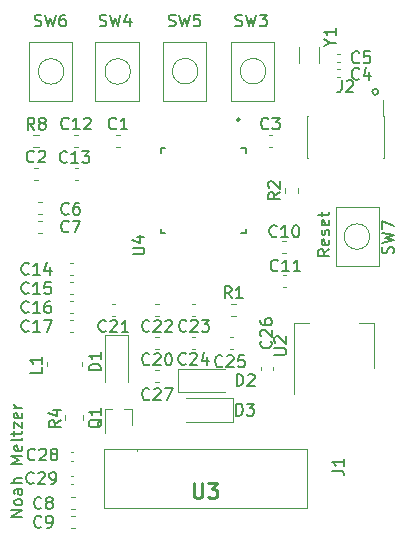
<source format=gbr>
%TF.GenerationSoftware,KiCad,Pcbnew,7.0.8*%
%TF.CreationDate,2024-01-02T21:20:11-06:00*%
%TF.ProjectId,Clock1_v3,436c6f63-6b31-45f7-9633-2e6b69636164,rev?*%
%TF.SameCoordinates,Original*%
%TF.FileFunction,Legend,Top*%
%TF.FilePolarity,Positive*%
%FSLAX46Y46*%
G04 Gerber Fmt 4.6, Leading zero omitted, Abs format (unit mm)*
G04 Created by KiCad (PCBNEW 7.0.8) date 2024-01-02 21:20:11*
%MOMM*%
%LPD*%
G01*
G04 APERTURE LIST*
%ADD10C,0.153000*%
%ADD11C,0.160000*%
%ADD12C,0.254000*%
%ADD13C,0.120000*%
%ADD14C,0.100000*%
%ADD15C,0.127000*%
%ADD16C,0.200000*%
G04 APERTURE END LIST*
D10*
X166119663Y-88589819D02*
X165643472Y-88923152D01*
X166119663Y-89161247D02*
X165119663Y-89161247D01*
X165119663Y-89161247D02*
X165119663Y-88780295D01*
X165119663Y-88780295D02*
X165167282Y-88685057D01*
X165167282Y-88685057D02*
X165214901Y-88637438D01*
X165214901Y-88637438D02*
X165310139Y-88589819D01*
X165310139Y-88589819D02*
X165452996Y-88589819D01*
X165452996Y-88589819D02*
X165548234Y-88637438D01*
X165548234Y-88637438D02*
X165595853Y-88685057D01*
X165595853Y-88685057D02*
X165643472Y-88780295D01*
X165643472Y-88780295D02*
X165643472Y-89161247D01*
X166072044Y-87780295D02*
X166119663Y-87875533D01*
X166119663Y-87875533D02*
X166119663Y-88066009D01*
X166119663Y-88066009D02*
X166072044Y-88161247D01*
X166072044Y-88161247D02*
X165976805Y-88208866D01*
X165976805Y-88208866D02*
X165595853Y-88208866D01*
X165595853Y-88208866D02*
X165500615Y-88161247D01*
X165500615Y-88161247D02*
X165452996Y-88066009D01*
X165452996Y-88066009D02*
X165452996Y-87875533D01*
X165452996Y-87875533D02*
X165500615Y-87780295D01*
X165500615Y-87780295D02*
X165595853Y-87732676D01*
X165595853Y-87732676D02*
X165691091Y-87732676D01*
X165691091Y-87732676D02*
X165786329Y-88208866D01*
X166072044Y-87351723D02*
X166119663Y-87256485D01*
X166119663Y-87256485D02*
X166119663Y-87066009D01*
X166119663Y-87066009D02*
X166072044Y-86970771D01*
X166072044Y-86970771D02*
X165976805Y-86923152D01*
X165976805Y-86923152D02*
X165929186Y-86923152D01*
X165929186Y-86923152D02*
X165833948Y-86970771D01*
X165833948Y-86970771D02*
X165786329Y-87066009D01*
X165786329Y-87066009D02*
X165786329Y-87208866D01*
X165786329Y-87208866D02*
X165738710Y-87304104D01*
X165738710Y-87304104D02*
X165643472Y-87351723D01*
X165643472Y-87351723D02*
X165595853Y-87351723D01*
X165595853Y-87351723D02*
X165500615Y-87304104D01*
X165500615Y-87304104D02*
X165452996Y-87208866D01*
X165452996Y-87208866D02*
X165452996Y-87066009D01*
X165452996Y-87066009D02*
X165500615Y-86970771D01*
X166072044Y-86113628D02*
X166119663Y-86208866D01*
X166119663Y-86208866D02*
X166119663Y-86399342D01*
X166119663Y-86399342D02*
X166072044Y-86494580D01*
X166072044Y-86494580D02*
X165976805Y-86542199D01*
X165976805Y-86542199D02*
X165595853Y-86542199D01*
X165595853Y-86542199D02*
X165500615Y-86494580D01*
X165500615Y-86494580D02*
X165452996Y-86399342D01*
X165452996Y-86399342D02*
X165452996Y-86208866D01*
X165452996Y-86208866D02*
X165500615Y-86113628D01*
X165500615Y-86113628D02*
X165595853Y-86066009D01*
X165595853Y-86066009D02*
X165691091Y-86066009D01*
X165691091Y-86066009D02*
X165786329Y-86542199D01*
X165452996Y-85780294D02*
X165452996Y-85399342D01*
X165119663Y-85637437D02*
X165976805Y-85637437D01*
X165976805Y-85637437D02*
X166072044Y-85589818D01*
X166072044Y-85589818D02*
X166119663Y-85494580D01*
X166119663Y-85494580D02*
X166119663Y-85399342D01*
D11*
X170250000Y-75250000D02*
G75*
G03*
X170250000Y-75250000I-250000J0D01*
G01*
D10*
X140119663Y-111261247D02*
X139119663Y-111261247D01*
X139119663Y-111261247D02*
X140119663Y-110689819D01*
X140119663Y-110689819D02*
X139119663Y-110689819D01*
X140119663Y-110070771D02*
X140072044Y-110166009D01*
X140072044Y-110166009D02*
X140024424Y-110213628D01*
X140024424Y-110213628D02*
X139929186Y-110261247D01*
X139929186Y-110261247D02*
X139643472Y-110261247D01*
X139643472Y-110261247D02*
X139548234Y-110213628D01*
X139548234Y-110213628D02*
X139500615Y-110166009D01*
X139500615Y-110166009D02*
X139452996Y-110070771D01*
X139452996Y-110070771D02*
X139452996Y-109927914D01*
X139452996Y-109927914D02*
X139500615Y-109832676D01*
X139500615Y-109832676D02*
X139548234Y-109785057D01*
X139548234Y-109785057D02*
X139643472Y-109737438D01*
X139643472Y-109737438D02*
X139929186Y-109737438D01*
X139929186Y-109737438D02*
X140024424Y-109785057D01*
X140024424Y-109785057D02*
X140072044Y-109832676D01*
X140072044Y-109832676D02*
X140119663Y-109927914D01*
X140119663Y-109927914D02*
X140119663Y-110070771D01*
X140119663Y-108880295D02*
X139595853Y-108880295D01*
X139595853Y-108880295D02*
X139500615Y-108927914D01*
X139500615Y-108927914D02*
X139452996Y-109023152D01*
X139452996Y-109023152D02*
X139452996Y-109213628D01*
X139452996Y-109213628D02*
X139500615Y-109308866D01*
X140072044Y-108880295D02*
X140119663Y-108975533D01*
X140119663Y-108975533D02*
X140119663Y-109213628D01*
X140119663Y-109213628D02*
X140072044Y-109308866D01*
X140072044Y-109308866D02*
X139976805Y-109356485D01*
X139976805Y-109356485D02*
X139881567Y-109356485D01*
X139881567Y-109356485D02*
X139786329Y-109308866D01*
X139786329Y-109308866D02*
X139738710Y-109213628D01*
X139738710Y-109213628D02*
X139738710Y-108975533D01*
X139738710Y-108975533D02*
X139691091Y-108880295D01*
X140119663Y-108404104D02*
X139119663Y-108404104D01*
X140119663Y-107975533D02*
X139595853Y-107975533D01*
X139595853Y-107975533D02*
X139500615Y-108023152D01*
X139500615Y-108023152D02*
X139452996Y-108118390D01*
X139452996Y-108118390D02*
X139452996Y-108261247D01*
X139452996Y-108261247D02*
X139500615Y-108356485D01*
X139500615Y-108356485D02*
X139548234Y-108404104D01*
X140119663Y-106737437D02*
X139119663Y-106737437D01*
X139119663Y-106737437D02*
X139833948Y-106404104D01*
X139833948Y-106404104D02*
X139119663Y-106070771D01*
X139119663Y-106070771D02*
X140119663Y-106070771D01*
X140072044Y-105213628D02*
X140119663Y-105308866D01*
X140119663Y-105308866D02*
X140119663Y-105499342D01*
X140119663Y-105499342D02*
X140072044Y-105594580D01*
X140072044Y-105594580D02*
X139976805Y-105642199D01*
X139976805Y-105642199D02*
X139595853Y-105642199D01*
X139595853Y-105642199D02*
X139500615Y-105594580D01*
X139500615Y-105594580D02*
X139452996Y-105499342D01*
X139452996Y-105499342D02*
X139452996Y-105308866D01*
X139452996Y-105308866D02*
X139500615Y-105213628D01*
X139500615Y-105213628D02*
X139595853Y-105166009D01*
X139595853Y-105166009D02*
X139691091Y-105166009D01*
X139691091Y-105166009D02*
X139786329Y-105642199D01*
X140119663Y-104594580D02*
X140072044Y-104689818D01*
X140072044Y-104689818D02*
X139976805Y-104737437D01*
X139976805Y-104737437D02*
X139119663Y-104737437D01*
X139452996Y-104356484D02*
X139452996Y-103975532D01*
X139119663Y-104213627D02*
X139976805Y-104213627D01*
X139976805Y-104213627D02*
X140072044Y-104166008D01*
X140072044Y-104166008D02*
X140119663Y-104070770D01*
X140119663Y-104070770D02*
X140119663Y-103975532D01*
X139452996Y-103737436D02*
X139452996Y-103213627D01*
X139452996Y-103213627D02*
X140119663Y-103737436D01*
X140119663Y-103737436D02*
X140119663Y-103213627D01*
X140072044Y-102451722D02*
X140119663Y-102546960D01*
X140119663Y-102546960D02*
X140119663Y-102737436D01*
X140119663Y-102737436D02*
X140072044Y-102832674D01*
X140072044Y-102832674D02*
X139976805Y-102880293D01*
X139976805Y-102880293D02*
X139595853Y-102880293D01*
X139595853Y-102880293D02*
X139500615Y-102832674D01*
X139500615Y-102832674D02*
X139452996Y-102737436D01*
X139452996Y-102737436D02*
X139452996Y-102546960D01*
X139452996Y-102546960D02*
X139500615Y-102451722D01*
X139500615Y-102451722D02*
X139595853Y-102404103D01*
X139595853Y-102404103D02*
X139691091Y-102404103D01*
X139691091Y-102404103D02*
X139786329Y-102880293D01*
X140119663Y-101975531D02*
X139452996Y-101975531D01*
X139643472Y-101975531D02*
X139548234Y-101927912D01*
X139548234Y-101927912D02*
X139500615Y-101880293D01*
X139500615Y-101880293D02*
X139452996Y-101785055D01*
X139452996Y-101785055D02*
X139452996Y-101689817D01*
X161454663Y-97511904D02*
X162264186Y-97511904D01*
X162264186Y-97511904D02*
X162359424Y-97464285D01*
X162359424Y-97464285D02*
X162407044Y-97416666D01*
X162407044Y-97416666D02*
X162454663Y-97321428D01*
X162454663Y-97321428D02*
X162454663Y-97130952D01*
X162454663Y-97130952D02*
X162407044Y-97035714D01*
X162407044Y-97035714D02*
X162359424Y-96988095D01*
X162359424Y-96988095D02*
X162264186Y-96940476D01*
X162264186Y-96940476D02*
X161454663Y-96940476D01*
X161549901Y-96511904D02*
X161502282Y-96464285D01*
X161502282Y-96464285D02*
X161454663Y-96369047D01*
X161454663Y-96369047D02*
X161454663Y-96130952D01*
X161454663Y-96130952D02*
X161502282Y-96035714D01*
X161502282Y-96035714D02*
X161549901Y-95988095D01*
X161549901Y-95988095D02*
X161645139Y-95940476D01*
X161645139Y-95940476D02*
X161740377Y-95940476D01*
X161740377Y-95940476D02*
X161883234Y-95988095D01*
X161883234Y-95988095D02*
X162454663Y-96559523D01*
X162454663Y-96559523D02*
X162454663Y-95940476D01*
X167146666Y-74269663D02*
X167146666Y-74983948D01*
X167146666Y-74983948D02*
X167099047Y-75126805D01*
X167099047Y-75126805D02*
X167003809Y-75222044D01*
X167003809Y-75222044D02*
X166860952Y-75269663D01*
X166860952Y-75269663D02*
X166765714Y-75269663D01*
X167575238Y-74364901D02*
X167622857Y-74317282D01*
X167622857Y-74317282D02*
X167718095Y-74269663D01*
X167718095Y-74269663D02*
X167956190Y-74269663D01*
X167956190Y-74269663D02*
X168051428Y-74317282D01*
X168051428Y-74317282D02*
X168099047Y-74364901D01*
X168099047Y-74364901D02*
X168146666Y-74460139D01*
X168146666Y-74460139D02*
X168146666Y-74555377D01*
X168146666Y-74555377D02*
X168099047Y-74698234D01*
X168099047Y-74698234D02*
X167527619Y-75269663D01*
X167527619Y-75269663D02*
X168146666Y-75269663D01*
D12*
X154632380Y-108379318D02*
X154632380Y-109407413D01*
X154632380Y-109407413D02*
X154692857Y-109528365D01*
X154692857Y-109528365D02*
X154753333Y-109588842D01*
X154753333Y-109588842D02*
X154874285Y-109649318D01*
X154874285Y-109649318D02*
X155116190Y-109649318D01*
X155116190Y-109649318D02*
X155237142Y-109588842D01*
X155237142Y-109588842D02*
X155297619Y-109528365D01*
X155297619Y-109528365D02*
X155358095Y-109407413D01*
X155358095Y-109407413D02*
X155358095Y-108379318D01*
X155841904Y-108379318D02*
X156628095Y-108379318D01*
X156628095Y-108379318D02*
X156204761Y-108863127D01*
X156204761Y-108863127D02*
X156386190Y-108863127D01*
X156386190Y-108863127D02*
X156507142Y-108923603D01*
X156507142Y-108923603D02*
X156567618Y-108984080D01*
X156567618Y-108984080D02*
X156628095Y-109105032D01*
X156628095Y-109105032D02*
X156628095Y-109407413D01*
X156628095Y-109407413D02*
X156567618Y-109528365D01*
X156567618Y-109528365D02*
X156507142Y-109588842D01*
X156507142Y-109588842D02*
X156386190Y-109649318D01*
X156386190Y-109649318D02*
X156023333Y-109649318D01*
X156023333Y-109649318D02*
X155902380Y-109588842D01*
X155902380Y-109588842D02*
X155841904Y-109528365D01*
D10*
X166178472Y-71076190D02*
X166654663Y-71076190D01*
X165654663Y-71409523D02*
X166178472Y-71076190D01*
X166178472Y-71076190D02*
X165654663Y-70742857D01*
X166654663Y-69885714D02*
X166654663Y-70457142D01*
X166654663Y-70171428D02*
X165654663Y-70171428D01*
X165654663Y-70171428D02*
X165797520Y-70266666D01*
X165797520Y-70266666D02*
X165892758Y-70361904D01*
X165892758Y-70361904D02*
X165940377Y-70457142D01*
X171507044Y-88933332D02*
X171554663Y-88790475D01*
X171554663Y-88790475D02*
X171554663Y-88552380D01*
X171554663Y-88552380D02*
X171507044Y-88457142D01*
X171507044Y-88457142D02*
X171459424Y-88409523D01*
X171459424Y-88409523D02*
X171364186Y-88361904D01*
X171364186Y-88361904D02*
X171268948Y-88361904D01*
X171268948Y-88361904D02*
X171173710Y-88409523D01*
X171173710Y-88409523D02*
X171126091Y-88457142D01*
X171126091Y-88457142D02*
X171078472Y-88552380D01*
X171078472Y-88552380D02*
X171030853Y-88742856D01*
X171030853Y-88742856D02*
X170983234Y-88838094D01*
X170983234Y-88838094D02*
X170935615Y-88885713D01*
X170935615Y-88885713D02*
X170840377Y-88933332D01*
X170840377Y-88933332D02*
X170745139Y-88933332D01*
X170745139Y-88933332D02*
X170649901Y-88885713D01*
X170649901Y-88885713D02*
X170602282Y-88838094D01*
X170602282Y-88838094D02*
X170554663Y-88742856D01*
X170554663Y-88742856D02*
X170554663Y-88504761D01*
X170554663Y-88504761D02*
X170602282Y-88361904D01*
X170554663Y-88028570D02*
X171554663Y-87790475D01*
X171554663Y-87790475D02*
X170840377Y-87599999D01*
X170840377Y-87599999D02*
X171554663Y-87409523D01*
X171554663Y-87409523D02*
X170554663Y-87171428D01*
X170554663Y-86885713D02*
X170554663Y-86219047D01*
X170554663Y-86219047D02*
X171554663Y-86647618D01*
X141166667Y-69657044D02*
X141309524Y-69704663D01*
X141309524Y-69704663D02*
X141547619Y-69704663D01*
X141547619Y-69704663D02*
X141642857Y-69657044D01*
X141642857Y-69657044D02*
X141690476Y-69609424D01*
X141690476Y-69609424D02*
X141738095Y-69514186D01*
X141738095Y-69514186D02*
X141738095Y-69418948D01*
X141738095Y-69418948D02*
X141690476Y-69323710D01*
X141690476Y-69323710D02*
X141642857Y-69276091D01*
X141642857Y-69276091D02*
X141547619Y-69228472D01*
X141547619Y-69228472D02*
X141357143Y-69180853D01*
X141357143Y-69180853D02*
X141261905Y-69133234D01*
X141261905Y-69133234D02*
X141214286Y-69085615D01*
X141214286Y-69085615D02*
X141166667Y-68990377D01*
X141166667Y-68990377D02*
X141166667Y-68895139D01*
X141166667Y-68895139D02*
X141214286Y-68799901D01*
X141214286Y-68799901D02*
X141261905Y-68752282D01*
X141261905Y-68752282D02*
X141357143Y-68704663D01*
X141357143Y-68704663D02*
X141595238Y-68704663D01*
X141595238Y-68704663D02*
X141738095Y-68752282D01*
X142071429Y-68704663D02*
X142309524Y-69704663D01*
X142309524Y-69704663D02*
X142500000Y-68990377D01*
X142500000Y-68990377D02*
X142690476Y-69704663D01*
X142690476Y-69704663D02*
X142928572Y-68704663D01*
X143738095Y-68704663D02*
X143547619Y-68704663D01*
X143547619Y-68704663D02*
X143452381Y-68752282D01*
X143452381Y-68752282D02*
X143404762Y-68799901D01*
X143404762Y-68799901D02*
X143309524Y-68942758D01*
X143309524Y-68942758D02*
X143261905Y-69133234D01*
X143261905Y-69133234D02*
X143261905Y-69514186D01*
X143261905Y-69514186D02*
X143309524Y-69609424D01*
X143309524Y-69609424D02*
X143357143Y-69657044D01*
X143357143Y-69657044D02*
X143452381Y-69704663D01*
X143452381Y-69704663D02*
X143642857Y-69704663D01*
X143642857Y-69704663D02*
X143738095Y-69657044D01*
X143738095Y-69657044D02*
X143785714Y-69609424D01*
X143785714Y-69609424D02*
X143833333Y-69514186D01*
X143833333Y-69514186D02*
X143833333Y-69276091D01*
X143833333Y-69276091D02*
X143785714Y-69180853D01*
X143785714Y-69180853D02*
X143738095Y-69133234D01*
X143738095Y-69133234D02*
X143642857Y-69085615D01*
X143642857Y-69085615D02*
X143452381Y-69085615D01*
X143452381Y-69085615D02*
X143357143Y-69133234D01*
X143357143Y-69133234D02*
X143309524Y-69180853D01*
X143309524Y-69180853D02*
X143261905Y-69276091D01*
X152516667Y-69657044D02*
X152659524Y-69704663D01*
X152659524Y-69704663D02*
X152897619Y-69704663D01*
X152897619Y-69704663D02*
X152992857Y-69657044D01*
X152992857Y-69657044D02*
X153040476Y-69609424D01*
X153040476Y-69609424D02*
X153088095Y-69514186D01*
X153088095Y-69514186D02*
X153088095Y-69418948D01*
X153088095Y-69418948D02*
X153040476Y-69323710D01*
X153040476Y-69323710D02*
X152992857Y-69276091D01*
X152992857Y-69276091D02*
X152897619Y-69228472D01*
X152897619Y-69228472D02*
X152707143Y-69180853D01*
X152707143Y-69180853D02*
X152611905Y-69133234D01*
X152611905Y-69133234D02*
X152564286Y-69085615D01*
X152564286Y-69085615D02*
X152516667Y-68990377D01*
X152516667Y-68990377D02*
X152516667Y-68895139D01*
X152516667Y-68895139D02*
X152564286Y-68799901D01*
X152564286Y-68799901D02*
X152611905Y-68752282D01*
X152611905Y-68752282D02*
X152707143Y-68704663D01*
X152707143Y-68704663D02*
X152945238Y-68704663D01*
X152945238Y-68704663D02*
X153088095Y-68752282D01*
X153421429Y-68704663D02*
X153659524Y-69704663D01*
X153659524Y-69704663D02*
X153850000Y-68990377D01*
X153850000Y-68990377D02*
X154040476Y-69704663D01*
X154040476Y-69704663D02*
X154278572Y-68704663D01*
X155135714Y-68704663D02*
X154659524Y-68704663D01*
X154659524Y-68704663D02*
X154611905Y-69180853D01*
X154611905Y-69180853D02*
X154659524Y-69133234D01*
X154659524Y-69133234D02*
X154754762Y-69085615D01*
X154754762Y-69085615D02*
X154992857Y-69085615D01*
X154992857Y-69085615D02*
X155088095Y-69133234D01*
X155088095Y-69133234D02*
X155135714Y-69180853D01*
X155135714Y-69180853D02*
X155183333Y-69276091D01*
X155183333Y-69276091D02*
X155183333Y-69514186D01*
X155183333Y-69514186D02*
X155135714Y-69609424D01*
X155135714Y-69609424D02*
X155088095Y-69657044D01*
X155088095Y-69657044D02*
X154992857Y-69704663D01*
X154992857Y-69704663D02*
X154754762Y-69704663D01*
X154754762Y-69704663D02*
X154659524Y-69657044D01*
X154659524Y-69657044D02*
X154611905Y-69609424D01*
X146666667Y-69657044D02*
X146809524Y-69704663D01*
X146809524Y-69704663D02*
X147047619Y-69704663D01*
X147047619Y-69704663D02*
X147142857Y-69657044D01*
X147142857Y-69657044D02*
X147190476Y-69609424D01*
X147190476Y-69609424D02*
X147238095Y-69514186D01*
X147238095Y-69514186D02*
X147238095Y-69418948D01*
X147238095Y-69418948D02*
X147190476Y-69323710D01*
X147190476Y-69323710D02*
X147142857Y-69276091D01*
X147142857Y-69276091D02*
X147047619Y-69228472D01*
X147047619Y-69228472D02*
X146857143Y-69180853D01*
X146857143Y-69180853D02*
X146761905Y-69133234D01*
X146761905Y-69133234D02*
X146714286Y-69085615D01*
X146714286Y-69085615D02*
X146666667Y-68990377D01*
X146666667Y-68990377D02*
X146666667Y-68895139D01*
X146666667Y-68895139D02*
X146714286Y-68799901D01*
X146714286Y-68799901D02*
X146761905Y-68752282D01*
X146761905Y-68752282D02*
X146857143Y-68704663D01*
X146857143Y-68704663D02*
X147095238Y-68704663D01*
X147095238Y-68704663D02*
X147238095Y-68752282D01*
X147571429Y-68704663D02*
X147809524Y-69704663D01*
X147809524Y-69704663D02*
X148000000Y-68990377D01*
X148000000Y-68990377D02*
X148190476Y-69704663D01*
X148190476Y-69704663D02*
X148428572Y-68704663D01*
X149238095Y-69037996D02*
X149238095Y-69704663D01*
X149000000Y-68657044D02*
X148761905Y-69371329D01*
X148761905Y-69371329D02*
X149380952Y-69371329D01*
X158166667Y-69657044D02*
X158309524Y-69704663D01*
X158309524Y-69704663D02*
X158547619Y-69704663D01*
X158547619Y-69704663D02*
X158642857Y-69657044D01*
X158642857Y-69657044D02*
X158690476Y-69609424D01*
X158690476Y-69609424D02*
X158738095Y-69514186D01*
X158738095Y-69514186D02*
X158738095Y-69418948D01*
X158738095Y-69418948D02*
X158690476Y-69323710D01*
X158690476Y-69323710D02*
X158642857Y-69276091D01*
X158642857Y-69276091D02*
X158547619Y-69228472D01*
X158547619Y-69228472D02*
X158357143Y-69180853D01*
X158357143Y-69180853D02*
X158261905Y-69133234D01*
X158261905Y-69133234D02*
X158214286Y-69085615D01*
X158214286Y-69085615D02*
X158166667Y-68990377D01*
X158166667Y-68990377D02*
X158166667Y-68895139D01*
X158166667Y-68895139D02*
X158214286Y-68799901D01*
X158214286Y-68799901D02*
X158261905Y-68752282D01*
X158261905Y-68752282D02*
X158357143Y-68704663D01*
X158357143Y-68704663D02*
X158595238Y-68704663D01*
X158595238Y-68704663D02*
X158738095Y-68752282D01*
X159071429Y-68704663D02*
X159309524Y-69704663D01*
X159309524Y-69704663D02*
X159500000Y-68990377D01*
X159500000Y-68990377D02*
X159690476Y-69704663D01*
X159690476Y-69704663D02*
X159928572Y-68704663D01*
X160214286Y-68704663D02*
X160833333Y-68704663D01*
X160833333Y-68704663D02*
X160500000Y-69085615D01*
X160500000Y-69085615D02*
X160642857Y-69085615D01*
X160642857Y-69085615D02*
X160738095Y-69133234D01*
X160738095Y-69133234D02*
X160785714Y-69180853D01*
X160785714Y-69180853D02*
X160833333Y-69276091D01*
X160833333Y-69276091D02*
X160833333Y-69514186D01*
X160833333Y-69514186D02*
X160785714Y-69609424D01*
X160785714Y-69609424D02*
X160738095Y-69657044D01*
X160738095Y-69657044D02*
X160642857Y-69704663D01*
X160642857Y-69704663D02*
X160357143Y-69704663D01*
X160357143Y-69704663D02*
X160261905Y-69657044D01*
X160261905Y-69657044D02*
X160214286Y-69609424D01*
X141133333Y-78454663D02*
X140800000Y-77978472D01*
X140561905Y-78454663D02*
X140561905Y-77454663D01*
X140561905Y-77454663D02*
X140942857Y-77454663D01*
X140942857Y-77454663D02*
X141038095Y-77502282D01*
X141038095Y-77502282D02*
X141085714Y-77549901D01*
X141085714Y-77549901D02*
X141133333Y-77645139D01*
X141133333Y-77645139D02*
X141133333Y-77787996D01*
X141133333Y-77787996D02*
X141085714Y-77883234D01*
X141085714Y-77883234D02*
X141038095Y-77930853D01*
X141038095Y-77930853D02*
X140942857Y-77978472D01*
X140942857Y-77978472D02*
X140561905Y-77978472D01*
X141704762Y-77883234D02*
X141609524Y-77835615D01*
X141609524Y-77835615D02*
X141561905Y-77787996D01*
X141561905Y-77787996D02*
X141514286Y-77692758D01*
X141514286Y-77692758D02*
X141514286Y-77645139D01*
X141514286Y-77645139D02*
X141561905Y-77549901D01*
X141561905Y-77549901D02*
X141609524Y-77502282D01*
X141609524Y-77502282D02*
X141704762Y-77454663D01*
X141704762Y-77454663D02*
X141895238Y-77454663D01*
X141895238Y-77454663D02*
X141990476Y-77502282D01*
X141990476Y-77502282D02*
X142038095Y-77549901D01*
X142038095Y-77549901D02*
X142085714Y-77645139D01*
X142085714Y-77645139D02*
X142085714Y-77692758D01*
X142085714Y-77692758D02*
X142038095Y-77787996D01*
X142038095Y-77787996D02*
X141990476Y-77835615D01*
X141990476Y-77835615D02*
X141895238Y-77883234D01*
X141895238Y-77883234D02*
X141704762Y-77883234D01*
X141704762Y-77883234D02*
X141609524Y-77930853D01*
X141609524Y-77930853D02*
X141561905Y-77978472D01*
X141561905Y-77978472D02*
X141514286Y-78073710D01*
X141514286Y-78073710D02*
X141514286Y-78264186D01*
X141514286Y-78264186D02*
X141561905Y-78359424D01*
X141561905Y-78359424D02*
X141609524Y-78407044D01*
X141609524Y-78407044D02*
X141704762Y-78454663D01*
X141704762Y-78454663D02*
X141895238Y-78454663D01*
X141895238Y-78454663D02*
X141990476Y-78407044D01*
X141990476Y-78407044D02*
X142038095Y-78359424D01*
X142038095Y-78359424D02*
X142085714Y-78264186D01*
X142085714Y-78264186D02*
X142085714Y-78073710D01*
X142085714Y-78073710D02*
X142038095Y-77978472D01*
X142038095Y-77978472D02*
X141990476Y-77930853D01*
X141990476Y-77930853D02*
X141895238Y-77883234D01*
X143354663Y-103066666D02*
X142878472Y-103399999D01*
X143354663Y-103638094D02*
X142354663Y-103638094D01*
X142354663Y-103638094D02*
X142354663Y-103257142D01*
X142354663Y-103257142D02*
X142402282Y-103161904D01*
X142402282Y-103161904D02*
X142449901Y-103114285D01*
X142449901Y-103114285D02*
X142545139Y-103066666D01*
X142545139Y-103066666D02*
X142687996Y-103066666D01*
X142687996Y-103066666D02*
X142783234Y-103114285D01*
X142783234Y-103114285D02*
X142830853Y-103161904D01*
X142830853Y-103161904D02*
X142878472Y-103257142D01*
X142878472Y-103257142D02*
X142878472Y-103638094D01*
X142687996Y-102209523D02*
X143354663Y-102209523D01*
X142307044Y-102447618D02*
X143021329Y-102685713D01*
X143021329Y-102685713D02*
X143021329Y-102066666D01*
X161924663Y-83766666D02*
X161448472Y-84099999D01*
X161924663Y-84338094D02*
X160924663Y-84338094D01*
X160924663Y-84338094D02*
X160924663Y-83957142D01*
X160924663Y-83957142D02*
X160972282Y-83861904D01*
X160972282Y-83861904D02*
X161019901Y-83814285D01*
X161019901Y-83814285D02*
X161115139Y-83766666D01*
X161115139Y-83766666D02*
X161257996Y-83766666D01*
X161257996Y-83766666D02*
X161353234Y-83814285D01*
X161353234Y-83814285D02*
X161400853Y-83861904D01*
X161400853Y-83861904D02*
X161448472Y-83957142D01*
X161448472Y-83957142D02*
X161448472Y-84338094D01*
X161019901Y-83385713D02*
X160972282Y-83338094D01*
X160972282Y-83338094D02*
X160924663Y-83242856D01*
X160924663Y-83242856D02*
X160924663Y-83004761D01*
X160924663Y-83004761D02*
X160972282Y-82909523D01*
X160972282Y-82909523D02*
X161019901Y-82861904D01*
X161019901Y-82861904D02*
X161115139Y-82814285D01*
X161115139Y-82814285D02*
X161210377Y-82814285D01*
X161210377Y-82814285D02*
X161353234Y-82861904D01*
X161353234Y-82861904D02*
X161924663Y-83433332D01*
X161924663Y-83433332D02*
X161924663Y-82814285D01*
X146849901Y-102945238D02*
X146802282Y-103040476D01*
X146802282Y-103040476D02*
X146707044Y-103135714D01*
X146707044Y-103135714D02*
X146564186Y-103278571D01*
X146564186Y-103278571D02*
X146516567Y-103373809D01*
X146516567Y-103373809D02*
X146516567Y-103469047D01*
X146754663Y-103421428D02*
X146707044Y-103516666D01*
X146707044Y-103516666D02*
X146611805Y-103611904D01*
X146611805Y-103611904D02*
X146421329Y-103659523D01*
X146421329Y-103659523D02*
X146087996Y-103659523D01*
X146087996Y-103659523D02*
X145897520Y-103611904D01*
X145897520Y-103611904D02*
X145802282Y-103516666D01*
X145802282Y-103516666D02*
X145754663Y-103421428D01*
X145754663Y-103421428D02*
X145754663Y-103230952D01*
X145754663Y-103230952D02*
X145802282Y-103135714D01*
X145802282Y-103135714D02*
X145897520Y-103040476D01*
X145897520Y-103040476D02*
X146087996Y-102992857D01*
X146087996Y-102992857D02*
X146421329Y-102992857D01*
X146421329Y-102992857D02*
X146611805Y-103040476D01*
X146611805Y-103040476D02*
X146707044Y-103135714D01*
X146707044Y-103135714D02*
X146754663Y-103230952D01*
X146754663Y-103230952D02*
X146754663Y-103421428D01*
X146754663Y-102040476D02*
X146754663Y-102611904D01*
X146754663Y-102326190D02*
X145754663Y-102326190D01*
X145754663Y-102326190D02*
X145897520Y-102421428D01*
X145897520Y-102421428D02*
X145992758Y-102516666D01*
X145992758Y-102516666D02*
X146040377Y-102611904D01*
X141754663Y-98566666D02*
X141754663Y-99042856D01*
X141754663Y-99042856D02*
X140754663Y-99042856D01*
X141754663Y-97709523D02*
X141754663Y-98280951D01*
X141754663Y-97995237D02*
X140754663Y-97995237D01*
X140754663Y-97995237D02*
X140897520Y-98090475D01*
X140897520Y-98090475D02*
X140992758Y-98185713D01*
X140992758Y-98185713D02*
X141040377Y-98280951D01*
X166354663Y-107333333D02*
X167068948Y-107333333D01*
X167068948Y-107333333D02*
X167211805Y-107380952D01*
X167211805Y-107380952D02*
X167307044Y-107476190D01*
X167307044Y-107476190D02*
X167354663Y-107619047D01*
X167354663Y-107619047D02*
X167354663Y-107714285D01*
X167354663Y-106333333D02*
X167354663Y-106904761D01*
X167354663Y-106619047D02*
X166354663Y-106619047D01*
X166354663Y-106619047D02*
X166497520Y-106714285D01*
X166497520Y-106714285D02*
X166592758Y-106809523D01*
X166592758Y-106809523D02*
X166640377Y-106904761D01*
X158211905Y-102654663D02*
X158211905Y-101654663D01*
X158211905Y-101654663D02*
X158450000Y-101654663D01*
X158450000Y-101654663D02*
X158592857Y-101702282D01*
X158592857Y-101702282D02*
X158688095Y-101797520D01*
X158688095Y-101797520D02*
X158735714Y-101892758D01*
X158735714Y-101892758D02*
X158783333Y-102083234D01*
X158783333Y-102083234D02*
X158783333Y-102226091D01*
X158783333Y-102226091D02*
X158735714Y-102416567D01*
X158735714Y-102416567D02*
X158688095Y-102511805D01*
X158688095Y-102511805D02*
X158592857Y-102607044D01*
X158592857Y-102607044D02*
X158450000Y-102654663D01*
X158450000Y-102654663D02*
X158211905Y-102654663D01*
X159116667Y-101654663D02*
X159735714Y-101654663D01*
X159735714Y-101654663D02*
X159402381Y-102035615D01*
X159402381Y-102035615D02*
X159545238Y-102035615D01*
X159545238Y-102035615D02*
X159640476Y-102083234D01*
X159640476Y-102083234D02*
X159688095Y-102130853D01*
X159688095Y-102130853D02*
X159735714Y-102226091D01*
X159735714Y-102226091D02*
X159735714Y-102464186D01*
X159735714Y-102464186D02*
X159688095Y-102559424D01*
X159688095Y-102559424D02*
X159640476Y-102607044D01*
X159640476Y-102607044D02*
X159545238Y-102654663D01*
X159545238Y-102654663D02*
X159259524Y-102654663D01*
X159259524Y-102654663D02*
X159164286Y-102607044D01*
X159164286Y-102607044D02*
X159116667Y-102559424D01*
X158261905Y-100154663D02*
X158261905Y-99154663D01*
X158261905Y-99154663D02*
X158500000Y-99154663D01*
X158500000Y-99154663D02*
X158642857Y-99202282D01*
X158642857Y-99202282D02*
X158738095Y-99297520D01*
X158738095Y-99297520D02*
X158785714Y-99392758D01*
X158785714Y-99392758D02*
X158833333Y-99583234D01*
X158833333Y-99583234D02*
X158833333Y-99726091D01*
X158833333Y-99726091D02*
X158785714Y-99916567D01*
X158785714Y-99916567D02*
X158738095Y-100011805D01*
X158738095Y-100011805D02*
X158642857Y-100107044D01*
X158642857Y-100107044D02*
X158500000Y-100154663D01*
X158500000Y-100154663D02*
X158261905Y-100154663D01*
X159214286Y-99249901D02*
X159261905Y-99202282D01*
X159261905Y-99202282D02*
X159357143Y-99154663D01*
X159357143Y-99154663D02*
X159595238Y-99154663D01*
X159595238Y-99154663D02*
X159690476Y-99202282D01*
X159690476Y-99202282D02*
X159738095Y-99249901D01*
X159738095Y-99249901D02*
X159785714Y-99345139D01*
X159785714Y-99345139D02*
X159785714Y-99440377D01*
X159785714Y-99440377D02*
X159738095Y-99583234D01*
X159738095Y-99583234D02*
X159166667Y-100154663D01*
X159166667Y-100154663D02*
X159785714Y-100154663D01*
X146754663Y-98838094D02*
X145754663Y-98838094D01*
X145754663Y-98838094D02*
X145754663Y-98599999D01*
X145754663Y-98599999D02*
X145802282Y-98457142D01*
X145802282Y-98457142D02*
X145897520Y-98361904D01*
X145897520Y-98361904D02*
X145992758Y-98314285D01*
X145992758Y-98314285D02*
X146183234Y-98266666D01*
X146183234Y-98266666D02*
X146326091Y-98266666D01*
X146326091Y-98266666D02*
X146516567Y-98314285D01*
X146516567Y-98314285D02*
X146611805Y-98361904D01*
X146611805Y-98361904D02*
X146707044Y-98457142D01*
X146707044Y-98457142D02*
X146754663Y-98599999D01*
X146754663Y-98599999D02*
X146754663Y-98838094D01*
X146754663Y-97314285D02*
X146754663Y-97885713D01*
X146754663Y-97599999D02*
X145754663Y-97599999D01*
X145754663Y-97599999D02*
X145897520Y-97695237D01*
X145897520Y-97695237D02*
X145992758Y-97790475D01*
X145992758Y-97790475D02*
X146040377Y-97885713D01*
X141077142Y-108359424D02*
X141029523Y-108407044D01*
X141029523Y-108407044D02*
X140886666Y-108454663D01*
X140886666Y-108454663D02*
X140791428Y-108454663D01*
X140791428Y-108454663D02*
X140648571Y-108407044D01*
X140648571Y-108407044D02*
X140553333Y-108311805D01*
X140553333Y-108311805D02*
X140505714Y-108216567D01*
X140505714Y-108216567D02*
X140458095Y-108026091D01*
X140458095Y-108026091D02*
X140458095Y-107883234D01*
X140458095Y-107883234D02*
X140505714Y-107692758D01*
X140505714Y-107692758D02*
X140553333Y-107597520D01*
X140553333Y-107597520D02*
X140648571Y-107502282D01*
X140648571Y-107502282D02*
X140791428Y-107454663D01*
X140791428Y-107454663D02*
X140886666Y-107454663D01*
X140886666Y-107454663D02*
X141029523Y-107502282D01*
X141029523Y-107502282D02*
X141077142Y-107549901D01*
X141458095Y-107549901D02*
X141505714Y-107502282D01*
X141505714Y-107502282D02*
X141600952Y-107454663D01*
X141600952Y-107454663D02*
X141839047Y-107454663D01*
X141839047Y-107454663D02*
X141934285Y-107502282D01*
X141934285Y-107502282D02*
X141981904Y-107549901D01*
X141981904Y-107549901D02*
X142029523Y-107645139D01*
X142029523Y-107645139D02*
X142029523Y-107740377D01*
X142029523Y-107740377D02*
X141981904Y-107883234D01*
X141981904Y-107883234D02*
X141410476Y-108454663D01*
X141410476Y-108454663D02*
X142029523Y-108454663D01*
X142505714Y-108454663D02*
X142696190Y-108454663D01*
X142696190Y-108454663D02*
X142791428Y-108407044D01*
X142791428Y-108407044D02*
X142839047Y-108359424D01*
X142839047Y-108359424D02*
X142934285Y-108216567D01*
X142934285Y-108216567D02*
X142981904Y-108026091D01*
X142981904Y-108026091D02*
X142981904Y-107645139D01*
X142981904Y-107645139D02*
X142934285Y-107549901D01*
X142934285Y-107549901D02*
X142886666Y-107502282D01*
X142886666Y-107502282D02*
X142791428Y-107454663D01*
X142791428Y-107454663D02*
X142600952Y-107454663D01*
X142600952Y-107454663D02*
X142505714Y-107502282D01*
X142505714Y-107502282D02*
X142458095Y-107549901D01*
X142458095Y-107549901D02*
X142410476Y-107645139D01*
X142410476Y-107645139D02*
X142410476Y-107883234D01*
X142410476Y-107883234D02*
X142458095Y-107978472D01*
X142458095Y-107978472D02*
X142505714Y-108026091D01*
X142505714Y-108026091D02*
X142600952Y-108073710D01*
X142600952Y-108073710D02*
X142791428Y-108073710D01*
X142791428Y-108073710D02*
X142886666Y-108026091D01*
X142886666Y-108026091D02*
X142934285Y-107978472D01*
X142934285Y-107978472D02*
X142981904Y-107883234D01*
X141177142Y-106359424D02*
X141129523Y-106407044D01*
X141129523Y-106407044D02*
X140986666Y-106454663D01*
X140986666Y-106454663D02*
X140891428Y-106454663D01*
X140891428Y-106454663D02*
X140748571Y-106407044D01*
X140748571Y-106407044D02*
X140653333Y-106311805D01*
X140653333Y-106311805D02*
X140605714Y-106216567D01*
X140605714Y-106216567D02*
X140558095Y-106026091D01*
X140558095Y-106026091D02*
X140558095Y-105883234D01*
X140558095Y-105883234D02*
X140605714Y-105692758D01*
X140605714Y-105692758D02*
X140653333Y-105597520D01*
X140653333Y-105597520D02*
X140748571Y-105502282D01*
X140748571Y-105502282D02*
X140891428Y-105454663D01*
X140891428Y-105454663D02*
X140986666Y-105454663D01*
X140986666Y-105454663D02*
X141129523Y-105502282D01*
X141129523Y-105502282D02*
X141177142Y-105549901D01*
X141558095Y-105549901D02*
X141605714Y-105502282D01*
X141605714Y-105502282D02*
X141700952Y-105454663D01*
X141700952Y-105454663D02*
X141939047Y-105454663D01*
X141939047Y-105454663D02*
X142034285Y-105502282D01*
X142034285Y-105502282D02*
X142081904Y-105549901D01*
X142081904Y-105549901D02*
X142129523Y-105645139D01*
X142129523Y-105645139D02*
X142129523Y-105740377D01*
X142129523Y-105740377D02*
X142081904Y-105883234D01*
X142081904Y-105883234D02*
X141510476Y-106454663D01*
X141510476Y-106454663D02*
X142129523Y-106454663D01*
X142700952Y-105883234D02*
X142605714Y-105835615D01*
X142605714Y-105835615D02*
X142558095Y-105787996D01*
X142558095Y-105787996D02*
X142510476Y-105692758D01*
X142510476Y-105692758D02*
X142510476Y-105645139D01*
X142510476Y-105645139D02*
X142558095Y-105549901D01*
X142558095Y-105549901D02*
X142605714Y-105502282D01*
X142605714Y-105502282D02*
X142700952Y-105454663D01*
X142700952Y-105454663D02*
X142891428Y-105454663D01*
X142891428Y-105454663D02*
X142986666Y-105502282D01*
X142986666Y-105502282D02*
X143034285Y-105549901D01*
X143034285Y-105549901D02*
X143081904Y-105645139D01*
X143081904Y-105645139D02*
X143081904Y-105692758D01*
X143081904Y-105692758D02*
X143034285Y-105787996D01*
X143034285Y-105787996D02*
X142986666Y-105835615D01*
X142986666Y-105835615D02*
X142891428Y-105883234D01*
X142891428Y-105883234D02*
X142700952Y-105883234D01*
X142700952Y-105883234D02*
X142605714Y-105930853D01*
X142605714Y-105930853D02*
X142558095Y-105978472D01*
X142558095Y-105978472D02*
X142510476Y-106073710D01*
X142510476Y-106073710D02*
X142510476Y-106264186D01*
X142510476Y-106264186D02*
X142558095Y-106359424D01*
X142558095Y-106359424D02*
X142605714Y-106407044D01*
X142605714Y-106407044D02*
X142700952Y-106454663D01*
X142700952Y-106454663D02*
X142891428Y-106454663D01*
X142891428Y-106454663D02*
X142986666Y-106407044D01*
X142986666Y-106407044D02*
X143034285Y-106359424D01*
X143034285Y-106359424D02*
X143081904Y-106264186D01*
X143081904Y-106264186D02*
X143081904Y-106073710D01*
X143081904Y-106073710D02*
X143034285Y-105978472D01*
X143034285Y-105978472D02*
X142986666Y-105930853D01*
X142986666Y-105930853D02*
X142891428Y-105883234D01*
X150882142Y-101259424D02*
X150834523Y-101307044D01*
X150834523Y-101307044D02*
X150691666Y-101354663D01*
X150691666Y-101354663D02*
X150596428Y-101354663D01*
X150596428Y-101354663D02*
X150453571Y-101307044D01*
X150453571Y-101307044D02*
X150358333Y-101211805D01*
X150358333Y-101211805D02*
X150310714Y-101116567D01*
X150310714Y-101116567D02*
X150263095Y-100926091D01*
X150263095Y-100926091D02*
X150263095Y-100783234D01*
X150263095Y-100783234D02*
X150310714Y-100592758D01*
X150310714Y-100592758D02*
X150358333Y-100497520D01*
X150358333Y-100497520D02*
X150453571Y-100402282D01*
X150453571Y-100402282D02*
X150596428Y-100354663D01*
X150596428Y-100354663D02*
X150691666Y-100354663D01*
X150691666Y-100354663D02*
X150834523Y-100402282D01*
X150834523Y-100402282D02*
X150882142Y-100449901D01*
X151263095Y-100449901D02*
X151310714Y-100402282D01*
X151310714Y-100402282D02*
X151405952Y-100354663D01*
X151405952Y-100354663D02*
X151644047Y-100354663D01*
X151644047Y-100354663D02*
X151739285Y-100402282D01*
X151739285Y-100402282D02*
X151786904Y-100449901D01*
X151786904Y-100449901D02*
X151834523Y-100545139D01*
X151834523Y-100545139D02*
X151834523Y-100640377D01*
X151834523Y-100640377D02*
X151786904Y-100783234D01*
X151786904Y-100783234D02*
X151215476Y-101354663D01*
X151215476Y-101354663D02*
X151834523Y-101354663D01*
X152167857Y-100354663D02*
X152834523Y-100354663D01*
X152834523Y-100354663D02*
X152405952Y-101354663D01*
X161159424Y-96342857D02*
X161207044Y-96390476D01*
X161207044Y-96390476D02*
X161254663Y-96533333D01*
X161254663Y-96533333D02*
X161254663Y-96628571D01*
X161254663Y-96628571D02*
X161207044Y-96771428D01*
X161207044Y-96771428D02*
X161111805Y-96866666D01*
X161111805Y-96866666D02*
X161016567Y-96914285D01*
X161016567Y-96914285D02*
X160826091Y-96961904D01*
X160826091Y-96961904D02*
X160683234Y-96961904D01*
X160683234Y-96961904D02*
X160492758Y-96914285D01*
X160492758Y-96914285D02*
X160397520Y-96866666D01*
X160397520Y-96866666D02*
X160302282Y-96771428D01*
X160302282Y-96771428D02*
X160254663Y-96628571D01*
X160254663Y-96628571D02*
X160254663Y-96533333D01*
X160254663Y-96533333D02*
X160302282Y-96390476D01*
X160302282Y-96390476D02*
X160349901Y-96342857D01*
X160349901Y-95961904D02*
X160302282Y-95914285D01*
X160302282Y-95914285D02*
X160254663Y-95819047D01*
X160254663Y-95819047D02*
X160254663Y-95580952D01*
X160254663Y-95580952D02*
X160302282Y-95485714D01*
X160302282Y-95485714D02*
X160349901Y-95438095D01*
X160349901Y-95438095D02*
X160445139Y-95390476D01*
X160445139Y-95390476D02*
X160540377Y-95390476D01*
X160540377Y-95390476D02*
X160683234Y-95438095D01*
X160683234Y-95438095D02*
X161254663Y-96009523D01*
X161254663Y-96009523D02*
X161254663Y-95390476D01*
X160254663Y-94533333D02*
X160254663Y-94723809D01*
X160254663Y-94723809D02*
X160302282Y-94819047D01*
X160302282Y-94819047D02*
X160349901Y-94866666D01*
X160349901Y-94866666D02*
X160492758Y-94961904D01*
X160492758Y-94961904D02*
X160683234Y-95009523D01*
X160683234Y-95009523D02*
X161064186Y-95009523D01*
X161064186Y-95009523D02*
X161159424Y-94961904D01*
X161159424Y-94961904D02*
X161207044Y-94914285D01*
X161207044Y-94914285D02*
X161254663Y-94819047D01*
X161254663Y-94819047D02*
X161254663Y-94628571D01*
X161254663Y-94628571D02*
X161207044Y-94533333D01*
X161207044Y-94533333D02*
X161159424Y-94485714D01*
X161159424Y-94485714D02*
X161064186Y-94438095D01*
X161064186Y-94438095D02*
X160826091Y-94438095D01*
X160826091Y-94438095D02*
X160730853Y-94485714D01*
X160730853Y-94485714D02*
X160683234Y-94533333D01*
X160683234Y-94533333D02*
X160635615Y-94628571D01*
X160635615Y-94628571D02*
X160635615Y-94819047D01*
X160635615Y-94819047D02*
X160683234Y-94914285D01*
X160683234Y-94914285D02*
X160730853Y-94961904D01*
X160730853Y-94961904D02*
X160826091Y-95009523D01*
X157057142Y-98459424D02*
X157009523Y-98507044D01*
X157009523Y-98507044D02*
X156866666Y-98554663D01*
X156866666Y-98554663D02*
X156771428Y-98554663D01*
X156771428Y-98554663D02*
X156628571Y-98507044D01*
X156628571Y-98507044D02*
X156533333Y-98411805D01*
X156533333Y-98411805D02*
X156485714Y-98316567D01*
X156485714Y-98316567D02*
X156438095Y-98126091D01*
X156438095Y-98126091D02*
X156438095Y-97983234D01*
X156438095Y-97983234D02*
X156485714Y-97792758D01*
X156485714Y-97792758D02*
X156533333Y-97697520D01*
X156533333Y-97697520D02*
X156628571Y-97602282D01*
X156628571Y-97602282D02*
X156771428Y-97554663D01*
X156771428Y-97554663D02*
X156866666Y-97554663D01*
X156866666Y-97554663D02*
X157009523Y-97602282D01*
X157009523Y-97602282D02*
X157057142Y-97649901D01*
X157438095Y-97649901D02*
X157485714Y-97602282D01*
X157485714Y-97602282D02*
X157580952Y-97554663D01*
X157580952Y-97554663D02*
X157819047Y-97554663D01*
X157819047Y-97554663D02*
X157914285Y-97602282D01*
X157914285Y-97602282D02*
X157961904Y-97649901D01*
X157961904Y-97649901D02*
X158009523Y-97745139D01*
X158009523Y-97745139D02*
X158009523Y-97840377D01*
X158009523Y-97840377D02*
X157961904Y-97983234D01*
X157961904Y-97983234D02*
X157390476Y-98554663D01*
X157390476Y-98554663D02*
X158009523Y-98554663D01*
X158914285Y-97554663D02*
X158438095Y-97554663D01*
X158438095Y-97554663D02*
X158390476Y-98030853D01*
X158390476Y-98030853D02*
X158438095Y-97983234D01*
X158438095Y-97983234D02*
X158533333Y-97935615D01*
X158533333Y-97935615D02*
X158771428Y-97935615D01*
X158771428Y-97935615D02*
X158866666Y-97983234D01*
X158866666Y-97983234D02*
X158914285Y-98030853D01*
X158914285Y-98030853D02*
X158961904Y-98126091D01*
X158961904Y-98126091D02*
X158961904Y-98364186D01*
X158961904Y-98364186D02*
X158914285Y-98459424D01*
X158914285Y-98459424D02*
X158866666Y-98507044D01*
X158866666Y-98507044D02*
X158771428Y-98554663D01*
X158771428Y-98554663D02*
X158533333Y-98554663D01*
X158533333Y-98554663D02*
X158438095Y-98507044D01*
X158438095Y-98507044D02*
X158390476Y-98459424D01*
X153957142Y-98259424D02*
X153909523Y-98307044D01*
X153909523Y-98307044D02*
X153766666Y-98354663D01*
X153766666Y-98354663D02*
X153671428Y-98354663D01*
X153671428Y-98354663D02*
X153528571Y-98307044D01*
X153528571Y-98307044D02*
X153433333Y-98211805D01*
X153433333Y-98211805D02*
X153385714Y-98116567D01*
X153385714Y-98116567D02*
X153338095Y-97926091D01*
X153338095Y-97926091D02*
X153338095Y-97783234D01*
X153338095Y-97783234D02*
X153385714Y-97592758D01*
X153385714Y-97592758D02*
X153433333Y-97497520D01*
X153433333Y-97497520D02*
X153528571Y-97402282D01*
X153528571Y-97402282D02*
X153671428Y-97354663D01*
X153671428Y-97354663D02*
X153766666Y-97354663D01*
X153766666Y-97354663D02*
X153909523Y-97402282D01*
X153909523Y-97402282D02*
X153957142Y-97449901D01*
X154338095Y-97449901D02*
X154385714Y-97402282D01*
X154385714Y-97402282D02*
X154480952Y-97354663D01*
X154480952Y-97354663D02*
X154719047Y-97354663D01*
X154719047Y-97354663D02*
X154814285Y-97402282D01*
X154814285Y-97402282D02*
X154861904Y-97449901D01*
X154861904Y-97449901D02*
X154909523Y-97545139D01*
X154909523Y-97545139D02*
X154909523Y-97640377D01*
X154909523Y-97640377D02*
X154861904Y-97783234D01*
X154861904Y-97783234D02*
X154290476Y-98354663D01*
X154290476Y-98354663D02*
X154909523Y-98354663D01*
X155766666Y-97687996D02*
X155766666Y-98354663D01*
X155528571Y-97307044D02*
X155290476Y-98021329D01*
X155290476Y-98021329D02*
X155909523Y-98021329D01*
X154007142Y-95459424D02*
X153959523Y-95507044D01*
X153959523Y-95507044D02*
X153816666Y-95554663D01*
X153816666Y-95554663D02*
X153721428Y-95554663D01*
X153721428Y-95554663D02*
X153578571Y-95507044D01*
X153578571Y-95507044D02*
X153483333Y-95411805D01*
X153483333Y-95411805D02*
X153435714Y-95316567D01*
X153435714Y-95316567D02*
X153388095Y-95126091D01*
X153388095Y-95126091D02*
X153388095Y-94983234D01*
X153388095Y-94983234D02*
X153435714Y-94792758D01*
X153435714Y-94792758D02*
X153483333Y-94697520D01*
X153483333Y-94697520D02*
X153578571Y-94602282D01*
X153578571Y-94602282D02*
X153721428Y-94554663D01*
X153721428Y-94554663D02*
X153816666Y-94554663D01*
X153816666Y-94554663D02*
X153959523Y-94602282D01*
X153959523Y-94602282D02*
X154007142Y-94649901D01*
X154388095Y-94649901D02*
X154435714Y-94602282D01*
X154435714Y-94602282D02*
X154530952Y-94554663D01*
X154530952Y-94554663D02*
X154769047Y-94554663D01*
X154769047Y-94554663D02*
X154864285Y-94602282D01*
X154864285Y-94602282D02*
X154911904Y-94649901D01*
X154911904Y-94649901D02*
X154959523Y-94745139D01*
X154959523Y-94745139D02*
X154959523Y-94840377D01*
X154959523Y-94840377D02*
X154911904Y-94983234D01*
X154911904Y-94983234D02*
X154340476Y-95554663D01*
X154340476Y-95554663D02*
X154959523Y-95554663D01*
X155292857Y-94554663D02*
X155911904Y-94554663D01*
X155911904Y-94554663D02*
X155578571Y-94935615D01*
X155578571Y-94935615D02*
X155721428Y-94935615D01*
X155721428Y-94935615D02*
X155816666Y-94983234D01*
X155816666Y-94983234D02*
X155864285Y-95030853D01*
X155864285Y-95030853D02*
X155911904Y-95126091D01*
X155911904Y-95126091D02*
X155911904Y-95364186D01*
X155911904Y-95364186D02*
X155864285Y-95459424D01*
X155864285Y-95459424D02*
X155816666Y-95507044D01*
X155816666Y-95507044D02*
X155721428Y-95554663D01*
X155721428Y-95554663D02*
X155435714Y-95554663D01*
X155435714Y-95554663D02*
X155340476Y-95507044D01*
X155340476Y-95507044D02*
X155292857Y-95459424D01*
X150882142Y-95489424D02*
X150834523Y-95537044D01*
X150834523Y-95537044D02*
X150691666Y-95584663D01*
X150691666Y-95584663D02*
X150596428Y-95584663D01*
X150596428Y-95584663D02*
X150453571Y-95537044D01*
X150453571Y-95537044D02*
X150358333Y-95441805D01*
X150358333Y-95441805D02*
X150310714Y-95346567D01*
X150310714Y-95346567D02*
X150263095Y-95156091D01*
X150263095Y-95156091D02*
X150263095Y-95013234D01*
X150263095Y-95013234D02*
X150310714Y-94822758D01*
X150310714Y-94822758D02*
X150358333Y-94727520D01*
X150358333Y-94727520D02*
X150453571Y-94632282D01*
X150453571Y-94632282D02*
X150596428Y-94584663D01*
X150596428Y-94584663D02*
X150691666Y-94584663D01*
X150691666Y-94584663D02*
X150834523Y-94632282D01*
X150834523Y-94632282D02*
X150882142Y-94679901D01*
X151263095Y-94679901D02*
X151310714Y-94632282D01*
X151310714Y-94632282D02*
X151405952Y-94584663D01*
X151405952Y-94584663D02*
X151644047Y-94584663D01*
X151644047Y-94584663D02*
X151739285Y-94632282D01*
X151739285Y-94632282D02*
X151786904Y-94679901D01*
X151786904Y-94679901D02*
X151834523Y-94775139D01*
X151834523Y-94775139D02*
X151834523Y-94870377D01*
X151834523Y-94870377D02*
X151786904Y-95013234D01*
X151786904Y-95013234D02*
X151215476Y-95584663D01*
X151215476Y-95584663D02*
X151834523Y-95584663D01*
X152215476Y-94679901D02*
X152263095Y-94632282D01*
X152263095Y-94632282D02*
X152358333Y-94584663D01*
X152358333Y-94584663D02*
X152596428Y-94584663D01*
X152596428Y-94584663D02*
X152691666Y-94632282D01*
X152691666Y-94632282D02*
X152739285Y-94679901D01*
X152739285Y-94679901D02*
X152786904Y-94775139D01*
X152786904Y-94775139D02*
X152786904Y-94870377D01*
X152786904Y-94870377D02*
X152739285Y-95013234D01*
X152739285Y-95013234D02*
X152167857Y-95584663D01*
X152167857Y-95584663D02*
X152786904Y-95584663D01*
X147182142Y-95489424D02*
X147134523Y-95537044D01*
X147134523Y-95537044D02*
X146991666Y-95584663D01*
X146991666Y-95584663D02*
X146896428Y-95584663D01*
X146896428Y-95584663D02*
X146753571Y-95537044D01*
X146753571Y-95537044D02*
X146658333Y-95441805D01*
X146658333Y-95441805D02*
X146610714Y-95346567D01*
X146610714Y-95346567D02*
X146563095Y-95156091D01*
X146563095Y-95156091D02*
X146563095Y-95013234D01*
X146563095Y-95013234D02*
X146610714Y-94822758D01*
X146610714Y-94822758D02*
X146658333Y-94727520D01*
X146658333Y-94727520D02*
X146753571Y-94632282D01*
X146753571Y-94632282D02*
X146896428Y-94584663D01*
X146896428Y-94584663D02*
X146991666Y-94584663D01*
X146991666Y-94584663D02*
X147134523Y-94632282D01*
X147134523Y-94632282D02*
X147182142Y-94679901D01*
X147563095Y-94679901D02*
X147610714Y-94632282D01*
X147610714Y-94632282D02*
X147705952Y-94584663D01*
X147705952Y-94584663D02*
X147944047Y-94584663D01*
X147944047Y-94584663D02*
X148039285Y-94632282D01*
X148039285Y-94632282D02*
X148086904Y-94679901D01*
X148086904Y-94679901D02*
X148134523Y-94775139D01*
X148134523Y-94775139D02*
X148134523Y-94870377D01*
X148134523Y-94870377D02*
X148086904Y-95013234D01*
X148086904Y-95013234D02*
X147515476Y-95584663D01*
X147515476Y-95584663D02*
X148134523Y-95584663D01*
X149086904Y-95584663D02*
X148515476Y-95584663D01*
X148801190Y-95584663D02*
X148801190Y-94584663D01*
X148801190Y-94584663D02*
X148705952Y-94727520D01*
X148705952Y-94727520D02*
X148610714Y-94822758D01*
X148610714Y-94822758D02*
X148515476Y-94870377D01*
X150882142Y-98289424D02*
X150834523Y-98337044D01*
X150834523Y-98337044D02*
X150691666Y-98384663D01*
X150691666Y-98384663D02*
X150596428Y-98384663D01*
X150596428Y-98384663D02*
X150453571Y-98337044D01*
X150453571Y-98337044D02*
X150358333Y-98241805D01*
X150358333Y-98241805D02*
X150310714Y-98146567D01*
X150310714Y-98146567D02*
X150263095Y-97956091D01*
X150263095Y-97956091D02*
X150263095Y-97813234D01*
X150263095Y-97813234D02*
X150310714Y-97622758D01*
X150310714Y-97622758D02*
X150358333Y-97527520D01*
X150358333Y-97527520D02*
X150453571Y-97432282D01*
X150453571Y-97432282D02*
X150596428Y-97384663D01*
X150596428Y-97384663D02*
X150691666Y-97384663D01*
X150691666Y-97384663D02*
X150834523Y-97432282D01*
X150834523Y-97432282D02*
X150882142Y-97479901D01*
X151263095Y-97479901D02*
X151310714Y-97432282D01*
X151310714Y-97432282D02*
X151405952Y-97384663D01*
X151405952Y-97384663D02*
X151644047Y-97384663D01*
X151644047Y-97384663D02*
X151739285Y-97432282D01*
X151739285Y-97432282D02*
X151786904Y-97479901D01*
X151786904Y-97479901D02*
X151834523Y-97575139D01*
X151834523Y-97575139D02*
X151834523Y-97670377D01*
X151834523Y-97670377D02*
X151786904Y-97813234D01*
X151786904Y-97813234D02*
X151215476Y-98384663D01*
X151215476Y-98384663D02*
X151834523Y-98384663D01*
X152453571Y-97384663D02*
X152548809Y-97384663D01*
X152548809Y-97384663D02*
X152644047Y-97432282D01*
X152644047Y-97432282D02*
X152691666Y-97479901D01*
X152691666Y-97479901D02*
X152739285Y-97575139D01*
X152739285Y-97575139D02*
X152786904Y-97765615D01*
X152786904Y-97765615D02*
X152786904Y-98003710D01*
X152786904Y-98003710D02*
X152739285Y-98194186D01*
X152739285Y-98194186D02*
X152691666Y-98289424D01*
X152691666Y-98289424D02*
X152644047Y-98337044D01*
X152644047Y-98337044D02*
X152548809Y-98384663D01*
X152548809Y-98384663D02*
X152453571Y-98384663D01*
X152453571Y-98384663D02*
X152358333Y-98337044D01*
X152358333Y-98337044D02*
X152310714Y-98289424D01*
X152310714Y-98289424D02*
X152263095Y-98194186D01*
X152263095Y-98194186D02*
X152215476Y-98003710D01*
X152215476Y-98003710D02*
X152215476Y-97765615D01*
X152215476Y-97765615D02*
X152263095Y-97575139D01*
X152263095Y-97575139D02*
X152310714Y-97479901D01*
X152310714Y-97479901D02*
X152358333Y-97432282D01*
X152358333Y-97432282D02*
X152453571Y-97384663D01*
X168633333Y-72729424D02*
X168585714Y-72777044D01*
X168585714Y-72777044D02*
X168442857Y-72824663D01*
X168442857Y-72824663D02*
X168347619Y-72824663D01*
X168347619Y-72824663D02*
X168204762Y-72777044D01*
X168204762Y-72777044D02*
X168109524Y-72681805D01*
X168109524Y-72681805D02*
X168061905Y-72586567D01*
X168061905Y-72586567D02*
X168014286Y-72396091D01*
X168014286Y-72396091D02*
X168014286Y-72253234D01*
X168014286Y-72253234D02*
X168061905Y-72062758D01*
X168061905Y-72062758D02*
X168109524Y-71967520D01*
X168109524Y-71967520D02*
X168204762Y-71872282D01*
X168204762Y-71872282D02*
X168347619Y-71824663D01*
X168347619Y-71824663D02*
X168442857Y-71824663D01*
X168442857Y-71824663D02*
X168585714Y-71872282D01*
X168585714Y-71872282D02*
X168633333Y-71919901D01*
X169538095Y-71824663D02*
X169061905Y-71824663D01*
X169061905Y-71824663D02*
X169014286Y-72300853D01*
X169014286Y-72300853D02*
X169061905Y-72253234D01*
X169061905Y-72253234D02*
X169157143Y-72205615D01*
X169157143Y-72205615D02*
X169395238Y-72205615D01*
X169395238Y-72205615D02*
X169490476Y-72253234D01*
X169490476Y-72253234D02*
X169538095Y-72300853D01*
X169538095Y-72300853D02*
X169585714Y-72396091D01*
X169585714Y-72396091D02*
X169585714Y-72634186D01*
X169585714Y-72634186D02*
X169538095Y-72729424D01*
X169538095Y-72729424D02*
X169490476Y-72777044D01*
X169490476Y-72777044D02*
X169395238Y-72824663D01*
X169395238Y-72824663D02*
X169157143Y-72824663D01*
X169157143Y-72824663D02*
X169061905Y-72777044D01*
X169061905Y-72777044D02*
X169014286Y-72729424D01*
X168633333Y-74129424D02*
X168585714Y-74177044D01*
X168585714Y-74177044D02*
X168442857Y-74224663D01*
X168442857Y-74224663D02*
X168347619Y-74224663D01*
X168347619Y-74224663D02*
X168204762Y-74177044D01*
X168204762Y-74177044D02*
X168109524Y-74081805D01*
X168109524Y-74081805D02*
X168061905Y-73986567D01*
X168061905Y-73986567D02*
X168014286Y-73796091D01*
X168014286Y-73796091D02*
X168014286Y-73653234D01*
X168014286Y-73653234D02*
X168061905Y-73462758D01*
X168061905Y-73462758D02*
X168109524Y-73367520D01*
X168109524Y-73367520D02*
X168204762Y-73272282D01*
X168204762Y-73272282D02*
X168347619Y-73224663D01*
X168347619Y-73224663D02*
X168442857Y-73224663D01*
X168442857Y-73224663D02*
X168585714Y-73272282D01*
X168585714Y-73272282D02*
X168633333Y-73319901D01*
X169490476Y-73557996D02*
X169490476Y-74224663D01*
X169252381Y-73177044D02*
X169014286Y-73891329D01*
X169014286Y-73891329D02*
X169633333Y-73891329D01*
X160958333Y-78329424D02*
X160910714Y-78377044D01*
X160910714Y-78377044D02*
X160767857Y-78424663D01*
X160767857Y-78424663D02*
X160672619Y-78424663D01*
X160672619Y-78424663D02*
X160529762Y-78377044D01*
X160529762Y-78377044D02*
X160434524Y-78281805D01*
X160434524Y-78281805D02*
X160386905Y-78186567D01*
X160386905Y-78186567D02*
X160339286Y-77996091D01*
X160339286Y-77996091D02*
X160339286Y-77853234D01*
X160339286Y-77853234D02*
X160386905Y-77662758D01*
X160386905Y-77662758D02*
X160434524Y-77567520D01*
X160434524Y-77567520D02*
X160529762Y-77472282D01*
X160529762Y-77472282D02*
X160672619Y-77424663D01*
X160672619Y-77424663D02*
X160767857Y-77424663D01*
X160767857Y-77424663D02*
X160910714Y-77472282D01*
X160910714Y-77472282D02*
X160958333Y-77519901D01*
X161291667Y-77424663D02*
X161910714Y-77424663D01*
X161910714Y-77424663D02*
X161577381Y-77805615D01*
X161577381Y-77805615D02*
X161720238Y-77805615D01*
X161720238Y-77805615D02*
X161815476Y-77853234D01*
X161815476Y-77853234D02*
X161863095Y-77900853D01*
X161863095Y-77900853D02*
X161910714Y-77996091D01*
X161910714Y-77996091D02*
X161910714Y-78234186D01*
X161910714Y-78234186D02*
X161863095Y-78329424D01*
X161863095Y-78329424D02*
X161815476Y-78377044D01*
X161815476Y-78377044D02*
X161720238Y-78424663D01*
X161720238Y-78424663D02*
X161434524Y-78424663D01*
X161434524Y-78424663D02*
X161339286Y-78377044D01*
X161339286Y-78377044D02*
X161291667Y-78329424D01*
X141108333Y-81129424D02*
X141060714Y-81177044D01*
X141060714Y-81177044D02*
X140917857Y-81224663D01*
X140917857Y-81224663D02*
X140822619Y-81224663D01*
X140822619Y-81224663D02*
X140679762Y-81177044D01*
X140679762Y-81177044D02*
X140584524Y-81081805D01*
X140584524Y-81081805D02*
X140536905Y-80986567D01*
X140536905Y-80986567D02*
X140489286Y-80796091D01*
X140489286Y-80796091D02*
X140489286Y-80653234D01*
X140489286Y-80653234D02*
X140536905Y-80462758D01*
X140536905Y-80462758D02*
X140584524Y-80367520D01*
X140584524Y-80367520D02*
X140679762Y-80272282D01*
X140679762Y-80272282D02*
X140822619Y-80224663D01*
X140822619Y-80224663D02*
X140917857Y-80224663D01*
X140917857Y-80224663D02*
X141060714Y-80272282D01*
X141060714Y-80272282D02*
X141108333Y-80319901D01*
X141489286Y-80319901D02*
X141536905Y-80272282D01*
X141536905Y-80272282D02*
X141632143Y-80224663D01*
X141632143Y-80224663D02*
X141870238Y-80224663D01*
X141870238Y-80224663D02*
X141965476Y-80272282D01*
X141965476Y-80272282D02*
X142013095Y-80319901D01*
X142013095Y-80319901D02*
X142060714Y-80415139D01*
X142060714Y-80415139D02*
X142060714Y-80510377D01*
X142060714Y-80510377D02*
X142013095Y-80653234D01*
X142013095Y-80653234D02*
X141441667Y-81224663D01*
X141441667Y-81224663D02*
X142060714Y-81224663D01*
X148058333Y-78329424D02*
X148010714Y-78377044D01*
X148010714Y-78377044D02*
X147867857Y-78424663D01*
X147867857Y-78424663D02*
X147772619Y-78424663D01*
X147772619Y-78424663D02*
X147629762Y-78377044D01*
X147629762Y-78377044D02*
X147534524Y-78281805D01*
X147534524Y-78281805D02*
X147486905Y-78186567D01*
X147486905Y-78186567D02*
X147439286Y-77996091D01*
X147439286Y-77996091D02*
X147439286Y-77853234D01*
X147439286Y-77853234D02*
X147486905Y-77662758D01*
X147486905Y-77662758D02*
X147534524Y-77567520D01*
X147534524Y-77567520D02*
X147629762Y-77472282D01*
X147629762Y-77472282D02*
X147772619Y-77424663D01*
X147772619Y-77424663D02*
X147867857Y-77424663D01*
X147867857Y-77424663D02*
X148010714Y-77472282D01*
X148010714Y-77472282D02*
X148058333Y-77519901D01*
X149010714Y-78424663D02*
X148439286Y-78424663D01*
X148725000Y-78424663D02*
X148725000Y-77424663D01*
X148725000Y-77424663D02*
X148629762Y-77567520D01*
X148629762Y-77567520D02*
X148534524Y-77662758D01*
X148534524Y-77662758D02*
X148439286Y-77710377D01*
X157833333Y-92724663D02*
X157500000Y-92248472D01*
X157261905Y-92724663D02*
X157261905Y-91724663D01*
X157261905Y-91724663D02*
X157642857Y-91724663D01*
X157642857Y-91724663D02*
X157738095Y-91772282D01*
X157738095Y-91772282D02*
X157785714Y-91819901D01*
X157785714Y-91819901D02*
X157833333Y-91915139D01*
X157833333Y-91915139D02*
X157833333Y-92057996D01*
X157833333Y-92057996D02*
X157785714Y-92153234D01*
X157785714Y-92153234D02*
X157738095Y-92200853D01*
X157738095Y-92200853D02*
X157642857Y-92248472D01*
X157642857Y-92248472D02*
X157261905Y-92248472D01*
X158785714Y-92724663D02*
X158214286Y-92724663D01*
X158500000Y-92724663D02*
X158500000Y-91724663D01*
X158500000Y-91724663D02*
X158404762Y-91867520D01*
X158404762Y-91867520D02*
X158309524Y-91962758D01*
X158309524Y-91962758D02*
X158214286Y-92010377D01*
X140657142Y-95469424D02*
X140609523Y-95517044D01*
X140609523Y-95517044D02*
X140466666Y-95564663D01*
X140466666Y-95564663D02*
X140371428Y-95564663D01*
X140371428Y-95564663D02*
X140228571Y-95517044D01*
X140228571Y-95517044D02*
X140133333Y-95421805D01*
X140133333Y-95421805D02*
X140085714Y-95326567D01*
X140085714Y-95326567D02*
X140038095Y-95136091D01*
X140038095Y-95136091D02*
X140038095Y-94993234D01*
X140038095Y-94993234D02*
X140085714Y-94802758D01*
X140085714Y-94802758D02*
X140133333Y-94707520D01*
X140133333Y-94707520D02*
X140228571Y-94612282D01*
X140228571Y-94612282D02*
X140371428Y-94564663D01*
X140371428Y-94564663D02*
X140466666Y-94564663D01*
X140466666Y-94564663D02*
X140609523Y-94612282D01*
X140609523Y-94612282D02*
X140657142Y-94659901D01*
X141609523Y-95564663D02*
X141038095Y-95564663D01*
X141323809Y-95564663D02*
X141323809Y-94564663D01*
X141323809Y-94564663D02*
X141228571Y-94707520D01*
X141228571Y-94707520D02*
X141133333Y-94802758D01*
X141133333Y-94802758D02*
X141038095Y-94850377D01*
X141942857Y-94564663D02*
X142609523Y-94564663D01*
X142609523Y-94564663D02*
X142180952Y-95564663D01*
X140657142Y-93869424D02*
X140609523Y-93917044D01*
X140609523Y-93917044D02*
X140466666Y-93964663D01*
X140466666Y-93964663D02*
X140371428Y-93964663D01*
X140371428Y-93964663D02*
X140228571Y-93917044D01*
X140228571Y-93917044D02*
X140133333Y-93821805D01*
X140133333Y-93821805D02*
X140085714Y-93726567D01*
X140085714Y-93726567D02*
X140038095Y-93536091D01*
X140038095Y-93536091D02*
X140038095Y-93393234D01*
X140038095Y-93393234D02*
X140085714Y-93202758D01*
X140085714Y-93202758D02*
X140133333Y-93107520D01*
X140133333Y-93107520D02*
X140228571Y-93012282D01*
X140228571Y-93012282D02*
X140371428Y-92964663D01*
X140371428Y-92964663D02*
X140466666Y-92964663D01*
X140466666Y-92964663D02*
X140609523Y-93012282D01*
X140609523Y-93012282D02*
X140657142Y-93059901D01*
X141609523Y-93964663D02*
X141038095Y-93964663D01*
X141323809Y-93964663D02*
X141323809Y-92964663D01*
X141323809Y-92964663D02*
X141228571Y-93107520D01*
X141228571Y-93107520D02*
X141133333Y-93202758D01*
X141133333Y-93202758D02*
X141038095Y-93250377D01*
X142466666Y-92964663D02*
X142276190Y-92964663D01*
X142276190Y-92964663D02*
X142180952Y-93012282D01*
X142180952Y-93012282D02*
X142133333Y-93059901D01*
X142133333Y-93059901D02*
X142038095Y-93202758D01*
X142038095Y-93202758D02*
X141990476Y-93393234D01*
X141990476Y-93393234D02*
X141990476Y-93774186D01*
X141990476Y-93774186D02*
X142038095Y-93869424D01*
X142038095Y-93869424D02*
X142085714Y-93917044D01*
X142085714Y-93917044D02*
X142180952Y-93964663D01*
X142180952Y-93964663D02*
X142371428Y-93964663D01*
X142371428Y-93964663D02*
X142466666Y-93917044D01*
X142466666Y-93917044D02*
X142514285Y-93869424D01*
X142514285Y-93869424D02*
X142561904Y-93774186D01*
X142561904Y-93774186D02*
X142561904Y-93536091D01*
X142561904Y-93536091D02*
X142514285Y-93440853D01*
X142514285Y-93440853D02*
X142466666Y-93393234D01*
X142466666Y-93393234D02*
X142371428Y-93345615D01*
X142371428Y-93345615D02*
X142180952Y-93345615D01*
X142180952Y-93345615D02*
X142085714Y-93393234D01*
X142085714Y-93393234D02*
X142038095Y-93440853D01*
X142038095Y-93440853D02*
X141990476Y-93536091D01*
X140657142Y-92269424D02*
X140609523Y-92317044D01*
X140609523Y-92317044D02*
X140466666Y-92364663D01*
X140466666Y-92364663D02*
X140371428Y-92364663D01*
X140371428Y-92364663D02*
X140228571Y-92317044D01*
X140228571Y-92317044D02*
X140133333Y-92221805D01*
X140133333Y-92221805D02*
X140085714Y-92126567D01*
X140085714Y-92126567D02*
X140038095Y-91936091D01*
X140038095Y-91936091D02*
X140038095Y-91793234D01*
X140038095Y-91793234D02*
X140085714Y-91602758D01*
X140085714Y-91602758D02*
X140133333Y-91507520D01*
X140133333Y-91507520D02*
X140228571Y-91412282D01*
X140228571Y-91412282D02*
X140371428Y-91364663D01*
X140371428Y-91364663D02*
X140466666Y-91364663D01*
X140466666Y-91364663D02*
X140609523Y-91412282D01*
X140609523Y-91412282D02*
X140657142Y-91459901D01*
X141609523Y-92364663D02*
X141038095Y-92364663D01*
X141323809Y-92364663D02*
X141323809Y-91364663D01*
X141323809Y-91364663D02*
X141228571Y-91507520D01*
X141228571Y-91507520D02*
X141133333Y-91602758D01*
X141133333Y-91602758D02*
X141038095Y-91650377D01*
X142514285Y-91364663D02*
X142038095Y-91364663D01*
X142038095Y-91364663D02*
X141990476Y-91840853D01*
X141990476Y-91840853D02*
X142038095Y-91793234D01*
X142038095Y-91793234D02*
X142133333Y-91745615D01*
X142133333Y-91745615D02*
X142371428Y-91745615D01*
X142371428Y-91745615D02*
X142466666Y-91793234D01*
X142466666Y-91793234D02*
X142514285Y-91840853D01*
X142514285Y-91840853D02*
X142561904Y-91936091D01*
X142561904Y-91936091D02*
X142561904Y-92174186D01*
X142561904Y-92174186D02*
X142514285Y-92269424D01*
X142514285Y-92269424D02*
X142466666Y-92317044D01*
X142466666Y-92317044D02*
X142371428Y-92364663D01*
X142371428Y-92364663D02*
X142133333Y-92364663D01*
X142133333Y-92364663D02*
X142038095Y-92317044D01*
X142038095Y-92317044D02*
X141990476Y-92269424D01*
X140657142Y-90639424D02*
X140609523Y-90687044D01*
X140609523Y-90687044D02*
X140466666Y-90734663D01*
X140466666Y-90734663D02*
X140371428Y-90734663D01*
X140371428Y-90734663D02*
X140228571Y-90687044D01*
X140228571Y-90687044D02*
X140133333Y-90591805D01*
X140133333Y-90591805D02*
X140085714Y-90496567D01*
X140085714Y-90496567D02*
X140038095Y-90306091D01*
X140038095Y-90306091D02*
X140038095Y-90163234D01*
X140038095Y-90163234D02*
X140085714Y-89972758D01*
X140085714Y-89972758D02*
X140133333Y-89877520D01*
X140133333Y-89877520D02*
X140228571Y-89782282D01*
X140228571Y-89782282D02*
X140371428Y-89734663D01*
X140371428Y-89734663D02*
X140466666Y-89734663D01*
X140466666Y-89734663D02*
X140609523Y-89782282D01*
X140609523Y-89782282D02*
X140657142Y-89829901D01*
X141609523Y-90734663D02*
X141038095Y-90734663D01*
X141323809Y-90734663D02*
X141323809Y-89734663D01*
X141323809Y-89734663D02*
X141228571Y-89877520D01*
X141228571Y-89877520D02*
X141133333Y-89972758D01*
X141133333Y-89972758D02*
X141038095Y-90020377D01*
X142466666Y-90067996D02*
X142466666Y-90734663D01*
X142228571Y-89687044D02*
X141990476Y-90401329D01*
X141990476Y-90401329D02*
X142609523Y-90401329D01*
X143891562Y-81169424D02*
X143843943Y-81217044D01*
X143843943Y-81217044D02*
X143701086Y-81264663D01*
X143701086Y-81264663D02*
X143605848Y-81264663D01*
X143605848Y-81264663D02*
X143462991Y-81217044D01*
X143462991Y-81217044D02*
X143367753Y-81121805D01*
X143367753Y-81121805D02*
X143320134Y-81026567D01*
X143320134Y-81026567D02*
X143272515Y-80836091D01*
X143272515Y-80836091D02*
X143272515Y-80693234D01*
X143272515Y-80693234D02*
X143320134Y-80502758D01*
X143320134Y-80502758D02*
X143367753Y-80407520D01*
X143367753Y-80407520D02*
X143462991Y-80312282D01*
X143462991Y-80312282D02*
X143605848Y-80264663D01*
X143605848Y-80264663D02*
X143701086Y-80264663D01*
X143701086Y-80264663D02*
X143843943Y-80312282D01*
X143843943Y-80312282D02*
X143891562Y-80359901D01*
X144843943Y-81264663D02*
X144272515Y-81264663D01*
X144558229Y-81264663D02*
X144558229Y-80264663D01*
X144558229Y-80264663D02*
X144462991Y-80407520D01*
X144462991Y-80407520D02*
X144367753Y-80502758D01*
X144367753Y-80502758D02*
X144272515Y-80550377D01*
X145177277Y-80264663D02*
X145796324Y-80264663D01*
X145796324Y-80264663D02*
X145462991Y-80645615D01*
X145462991Y-80645615D02*
X145605848Y-80645615D01*
X145605848Y-80645615D02*
X145701086Y-80693234D01*
X145701086Y-80693234D02*
X145748705Y-80740853D01*
X145748705Y-80740853D02*
X145796324Y-80836091D01*
X145796324Y-80836091D02*
X145796324Y-81074186D01*
X145796324Y-81074186D02*
X145748705Y-81169424D01*
X145748705Y-81169424D02*
X145701086Y-81217044D01*
X145701086Y-81217044D02*
X145605848Y-81264663D01*
X145605848Y-81264663D02*
X145320134Y-81264663D01*
X145320134Y-81264663D02*
X145224896Y-81217044D01*
X145224896Y-81217044D02*
X145177277Y-81169424D01*
X144032142Y-78329424D02*
X143984523Y-78377044D01*
X143984523Y-78377044D02*
X143841666Y-78424663D01*
X143841666Y-78424663D02*
X143746428Y-78424663D01*
X143746428Y-78424663D02*
X143603571Y-78377044D01*
X143603571Y-78377044D02*
X143508333Y-78281805D01*
X143508333Y-78281805D02*
X143460714Y-78186567D01*
X143460714Y-78186567D02*
X143413095Y-77996091D01*
X143413095Y-77996091D02*
X143413095Y-77853234D01*
X143413095Y-77853234D02*
X143460714Y-77662758D01*
X143460714Y-77662758D02*
X143508333Y-77567520D01*
X143508333Y-77567520D02*
X143603571Y-77472282D01*
X143603571Y-77472282D02*
X143746428Y-77424663D01*
X143746428Y-77424663D02*
X143841666Y-77424663D01*
X143841666Y-77424663D02*
X143984523Y-77472282D01*
X143984523Y-77472282D02*
X144032142Y-77519901D01*
X144984523Y-78424663D02*
X144413095Y-78424663D01*
X144698809Y-78424663D02*
X144698809Y-77424663D01*
X144698809Y-77424663D02*
X144603571Y-77567520D01*
X144603571Y-77567520D02*
X144508333Y-77662758D01*
X144508333Y-77662758D02*
X144413095Y-77710377D01*
X145365476Y-77519901D02*
X145413095Y-77472282D01*
X145413095Y-77472282D02*
X145508333Y-77424663D01*
X145508333Y-77424663D02*
X145746428Y-77424663D01*
X145746428Y-77424663D02*
X145841666Y-77472282D01*
X145841666Y-77472282D02*
X145889285Y-77519901D01*
X145889285Y-77519901D02*
X145936904Y-77615139D01*
X145936904Y-77615139D02*
X145936904Y-77710377D01*
X145936904Y-77710377D02*
X145889285Y-77853234D01*
X145889285Y-77853234D02*
X145317857Y-78424663D01*
X145317857Y-78424663D02*
X145936904Y-78424663D01*
X161757142Y-90359424D02*
X161709523Y-90407044D01*
X161709523Y-90407044D02*
X161566666Y-90454663D01*
X161566666Y-90454663D02*
X161471428Y-90454663D01*
X161471428Y-90454663D02*
X161328571Y-90407044D01*
X161328571Y-90407044D02*
X161233333Y-90311805D01*
X161233333Y-90311805D02*
X161185714Y-90216567D01*
X161185714Y-90216567D02*
X161138095Y-90026091D01*
X161138095Y-90026091D02*
X161138095Y-89883234D01*
X161138095Y-89883234D02*
X161185714Y-89692758D01*
X161185714Y-89692758D02*
X161233333Y-89597520D01*
X161233333Y-89597520D02*
X161328571Y-89502282D01*
X161328571Y-89502282D02*
X161471428Y-89454663D01*
X161471428Y-89454663D02*
X161566666Y-89454663D01*
X161566666Y-89454663D02*
X161709523Y-89502282D01*
X161709523Y-89502282D02*
X161757142Y-89549901D01*
X162709523Y-90454663D02*
X162138095Y-90454663D01*
X162423809Y-90454663D02*
X162423809Y-89454663D01*
X162423809Y-89454663D02*
X162328571Y-89597520D01*
X162328571Y-89597520D02*
X162233333Y-89692758D01*
X162233333Y-89692758D02*
X162138095Y-89740377D01*
X163661904Y-90454663D02*
X163090476Y-90454663D01*
X163376190Y-90454663D02*
X163376190Y-89454663D01*
X163376190Y-89454663D02*
X163280952Y-89597520D01*
X163280952Y-89597520D02*
X163185714Y-89692758D01*
X163185714Y-89692758D02*
X163090476Y-89740377D01*
X161657142Y-87459424D02*
X161609523Y-87507044D01*
X161609523Y-87507044D02*
X161466666Y-87554663D01*
X161466666Y-87554663D02*
X161371428Y-87554663D01*
X161371428Y-87554663D02*
X161228571Y-87507044D01*
X161228571Y-87507044D02*
X161133333Y-87411805D01*
X161133333Y-87411805D02*
X161085714Y-87316567D01*
X161085714Y-87316567D02*
X161038095Y-87126091D01*
X161038095Y-87126091D02*
X161038095Y-86983234D01*
X161038095Y-86983234D02*
X161085714Y-86792758D01*
X161085714Y-86792758D02*
X161133333Y-86697520D01*
X161133333Y-86697520D02*
X161228571Y-86602282D01*
X161228571Y-86602282D02*
X161371428Y-86554663D01*
X161371428Y-86554663D02*
X161466666Y-86554663D01*
X161466666Y-86554663D02*
X161609523Y-86602282D01*
X161609523Y-86602282D02*
X161657142Y-86649901D01*
X162609523Y-87554663D02*
X162038095Y-87554663D01*
X162323809Y-87554663D02*
X162323809Y-86554663D01*
X162323809Y-86554663D02*
X162228571Y-86697520D01*
X162228571Y-86697520D02*
X162133333Y-86792758D01*
X162133333Y-86792758D02*
X162038095Y-86840377D01*
X163228571Y-86554663D02*
X163323809Y-86554663D01*
X163323809Y-86554663D02*
X163419047Y-86602282D01*
X163419047Y-86602282D02*
X163466666Y-86649901D01*
X163466666Y-86649901D02*
X163514285Y-86745139D01*
X163514285Y-86745139D02*
X163561904Y-86935615D01*
X163561904Y-86935615D02*
X163561904Y-87173710D01*
X163561904Y-87173710D02*
X163514285Y-87364186D01*
X163514285Y-87364186D02*
X163466666Y-87459424D01*
X163466666Y-87459424D02*
X163419047Y-87507044D01*
X163419047Y-87507044D02*
X163323809Y-87554663D01*
X163323809Y-87554663D02*
X163228571Y-87554663D01*
X163228571Y-87554663D02*
X163133333Y-87507044D01*
X163133333Y-87507044D02*
X163085714Y-87459424D01*
X163085714Y-87459424D02*
X163038095Y-87364186D01*
X163038095Y-87364186D02*
X162990476Y-87173710D01*
X162990476Y-87173710D02*
X162990476Y-86935615D01*
X162990476Y-86935615D02*
X163038095Y-86745139D01*
X163038095Y-86745139D02*
X163085714Y-86649901D01*
X163085714Y-86649901D02*
X163133333Y-86602282D01*
X163133333Y-86602282D02*
X163228571Y-86554663D01*
X141733333Y-112059424D02*
X141685714Y-112107044D01*
X141685714Y-112107044D02*
X141542857Y-112154663D01*
X141542857Y-112154663D02*
X141447619Y-112154663D01*
X141447619Y-112154663D02*
X141304762Y-112107044D01*
X141304762Y-112107044D02*
X141209524Y-112011805D01*
X141209524Y-112011805D02*
X141161905Y-111916567D01*
X141161905Y-111916567D02*
X141114286Y-111726091D01*
X141114286Y-111726091D02*
X141114286Y-111583234D01*
X141114286Y-111583234D02*
X141161905Y-111392758D01*
X141161905Y-111392758D02*
X141209524Y-111297520D01*
X141209524Y-111297520D02*
X141304762Y-111202282D01*
X141304762Y-111202282D02*
X141447619Y-111154663D01*
X141447619Y-111154663D02*
X141542857Y-111154663D01*
X141542857Y-111154663D02*
X141685714Y-111202282D01*
X141685714Y-111202282D02*
X141733333Y-111249901D01*
X142209524Y-112154663D02*
X142400000Y-112154663D01*
X142400000Y-112154663D02*
X142495238Y-112107044D01*
X142495238Y-112107044D02*
X142542857Y-112059424D01*
X142542857Y-112059424D02*
X142638095Y-111916567D01*
X142638095Y-111916567D02*
X142685714Y-111726091D01*
X142685714Y-111726091D02*
X142685714Y-111345139D01*
X142685714Y-111345139D02*
X142638095Y-111249901D01*
X142638095Y-111249901D02*
X142590476Y-111202282D01*
X142590476Y-111202282D02*
X142495238Y-111154663D01*
X142495238Y-111154663D02*
X142304762Y-111154663D01*
X142304762Y-111154663D02*
X142209524Y-111202282D01*
X142209524Y-111202282D02*
X142161905Y-111249901D01*
X142161905Y-111249901D02*
X142114286Y-111345139D01*
X142114286Y-111345139D02*
X142114286Y-111583234D01*
X142114286Y-111583234D02*
X142161905Y-111678472D01*
X142161905Y-111678472D02*
X142209524Y-111726091D01*
X142209524Y-111726091D02*
X142304762Y-111773710D01*
X142304762Y-111773710D02*
X142495238Y-111773710D01*
X142495238Y-111773710D02*
X142590476Y-111726091D01*
X142590476Y-111726091D02*
X142638095Y-111678472D01*
X142638095Y-111678472D02*
X142685714Y-111583234D01*
X141733333Y-110459424D02*
X141685714Y-110507044D01*
X141685714Y-110507044D02*
X141542857Y-110554663D01*
X141542857Y-110554663D02*
X141447619Y-110554663D01*
X141447619Y-110554663D02*
X141304762Y-110507044D01*
X141304762Y-110507044D02*
X141209524Y-110411805D01*
X141209524Y-110411805D02*
X141161905Y-110316567D01*
X141161905Y-110316567D02*
X141114286Y-110126091D01*
X141114286Y-110126091D02*
X141114286Y-109983234D01*
X141114286Y-109983234D02*
X141161905Y-109792758D01*
X141161905Y-109792758D02*
X141209524Y-109697520D01*
X141209524Y-109697520D02*
X141304762Y-109602282D01*
X141304762Y-109602282D02*
X141447619Y-109554663D01*
X141447619Y-109554663D02*
X141542857Y-109554663D01*
X141542857Y-109554663D02*
X141685714Y-109602282D01*
X141685714Y-109602282D02*
X141733333Y-109649901D01*
X142304762Y-109983234D02*
X142209524Y-109935615D01*
X142209524Y-109935615D02*
X142161905Y-109887996D01*
X142161905Y-109887996D02*
X142114286Y-109792758D01*
X142114286Y-109792758D02*
X142114286Y-109745139D01*
X142114286Y-109745139D02*
X142161905Y-109649901D01*
X142161905Y-109649901D02*
X142209524Y-109602282D01*
X142209524Y-109602282D02*
X142304762Y-109554663D01*
X142304762Y-109554663D02*
X142495238Y-109554663D01*
X142495238Y-109554663D02*
X142590476Y-109602282D01*
X142590476Y-109602282D02*
X142638095Y-109649901D01*
X142638095Y-109649901D02*
X142685714Y-109745139D01*
X142685714Y-109745139D02*
X142685714Y-109792758D01*
X142685714Y-109792758D02*
X142638095Y-109887996D01*
X142638095Y-109887996D02*
X142590476Y-109935615D01*
X142590476Y-109935615D02*
X142495238Y-109983234D01*
X142495238Y-109983234D02*
X142304762Y-109983234D01*
X142304762Y-109983234D02*
X142209524Y-110030853D01*
X142209524Y-110030853D02*
X142161905Y-110078472D01*
X142161905Y-110078472D02*
X142114286Y-110173710D01*
X142114286Y-110173710D02*
X142114286Y-110364186D01*
X142114286Y-110364186D02*
X142161905Y-110459424D01*
X142161905Y-110459424D02*
X142209524Y-110507044D01*
X142209524Y-110507044D02*
X142304762Y-110554663D01*
X142304762Y-110554663D02*
X142495238Y-110554663D01*
X142495238Y-110554663D02*
X142590476Y-110507044D01*
X142590476Y-110507044D02*
X142638095Y-110459424D01*
X142638095Y-110459424D02*
X142685714Y-110364186D01*
X142685714Y-110364186D02*
X142685714Y-110173710D01*
X142685714Y-110173710D02*
X142638095Y-110078472D01*
X142638095Y-110078472D02*
X142590476Y-110030853D01*
X142590476Y-110030853D02*
X142495238Y-109983234D01*
X144033333Y-87059424D02*
X143985714Y-87107044D01*
X143985714Y-87107044D02*
X143842857Y-87154663D01*
X143842857Y-87154663D02*
X143747619Y-87154663D01*
X143747619Y-87154663D02*
X143604762Y-87107044D01*
X143604762Y-87107044D02*
X143509524Y-87011805D01*
X143509524Y-87011805D02*
X143461905Y-86916567D01*
X143461905Y-86916567D02*
X143414286Y-86726091D01*
X143414286Y-86726091D02*
X143414286Y-86583234D01*
X143414286Y-86583234D02*
X143461905Y-86392758D01*
X143461905Y-86392758D02*
X143509524Y-86297520D01*
X143509524Y-86297520D02*
X143604762Y-86202282D01*
X143604762Y-86202282D02*
X143747619Y-86154663D01*
X143747619Y-86154663D02*
X143842857Y-86154663D01*
X143842857Y-86154663D02*
X143985714Y-86202282D01*
X143985714Y-86202282D02*
X144033333Y-86249901D01*
X144366667Y-86154663D02*
X145033333Y-86154663D01*
X145033333Y-86154663D02*
X144604762Y-87154663D01*
X144033333Y-85559424D02*
X143985714Y-85607044D01*
X143985714Y-85607044D02*
X143842857Y-85654663D01*
X143842857Y-85654663D02*
X143747619Y-85654663D01*
X143747619Y-85654663D02*
X143604762Y-85607044D01*
X143604762Y-85607044D02*
X143509524Y-85511805D01*
X143509524Y-85511805D02*
X143461905Y-85416567D01*
X143461905Y-85416567D02*
X143414286Y-85226091D01*
X143414286Y-85226091D02*
X143414286Y-85083234D01*
X143414286Y-85083234D02*
X143461905Y-84892758D01*
X143461905Y-84892758D02*
X143509524Y-84797520D01*
X143509524Y-84797520D02*
X143604762Y-84702282D01*
X143604762Y-84702282D02*
X143747619Y-84654663D01*
X143747619Y-84654663D02*
X143842857Y-84654663D01*
X143842857Y-84654663D02*
X143985714Y-84702282D01*
X143985714Y-84702282D02*
X144033333Y-84749901D01*
X144890476Y-84654663D02*
X144700000Y-84654663D01*
X144700000Y-84654663D02*
X144604762Y-84702282D01*
X144604762Y-84702282D02*
X144557143Y-84749901D01*
X144557143Y-84749901D02*
X144461905Y-84892758D01*
X144461905Y-84892758D02*
X144414286Y-85083234D01*
X144414286Y-85083234D02*
X144414286Y-85464186D01*
X144414286Y-85464186D02*
X144461905Y-85559424D01*
X144461905Y-85559424D02*
X144509524Y-85607044D01*
X144509524Y-85607044D02*
X144604762Y-85654663D01*
X144604762Y-85654663D02*
X144795238Y-85654663D01*
X144795238Y-85654663D02*
X144890476Y-85607044D01*
X144890476Y-85607044D02*
X144938095Y-85559424D01*
X144938095Y-85559424D02*
X144985714Y-85464186D01*
X144985714Y-85464186D02*
X144985714Y-85226091D01*
X144985714Y-85226091D02*
X144938095Y-85130853D01*
X144938095Y-85130853D02*
X144890476Y-85083234D01*
X144890476Y-85083234D02*
X144795238Y-85035615D01*
X144795238Y-85035615D02*
X144604762Y-85035615D01*
X144604762Y-85035615D02*
X144509524Y-85083234D01*
X144509524Y-85083234D02*
X144461905Y-85130853D01*
X144461905Y-85130853D02*
X144414286Y-85226091D01*
X149454663Y-89011904D02*
X150264186Y-89011904D01*
X150264186Y-89011904D02*
X150359424Y-88964285D01*
X150359424Y-88964285D02*
X150407044Y-88916666D01*
X150407044Y-88916666D02*
X150454663Y-88821428D01*
X150454663Y-88821428D02*
X150454663Y-88630952D01*
X150454663Y-88630952D02*
X150407044Y-88535714D01*
X150407044Y-88535714D02*
X150359424Y-88488095D01*
X150359424Y-88488095D02*
X150264186Y-88440476D01*
X150264186Y-88440476D02*
X149454663Y-88440476D01*
X149787996Y-87535714D02*
X150454663Y-87535714D01*
X149407044Y-87773809D02*
X150121329Y-88011904D01*
X150121329Y-88011904D02*
X150121329Y-87392857D01*
D13*
%TO.C,U2*%
X163090000Y-100850000D02*
X163090000Y-94840000D01*
X163090000Y-94840000D02*
X164350000Y-94840000D01*
X169910000Y-94840000D02*
X168650000Y-94840000D01*
X169910000Y-98600000D02*
X169910000Y-94840000D01*
%TO.C,J2*%
X170715000Y-77285000D02*
X170650000Y-77285000D01*
X170650000Y-75960000D02*
X170650000Y-77285000D01*
X164310000Y-80815000D02*
X164245000Y-80815000D01*
X170715000Y-80815000D02*
X170650000Y-80815000D01*
X170715000Y-77285000D02*
X170715000Y-80815000D01*
X164245000Y-77285000D02*
X164245000Y-80815000D01*
X164310000Y-77285000D02*
X164245000Y-77285000D01*
D14*
%TO.C,U3*%
X149850000Y-105525000D02*
X149850000Y-105525000D01*
X149850000Y-105625000D02*
X149850000Y-105625000D01*
X147000000Y-105500000D02*
X164200000Y-105500000D01*
X164200000Y-105500000D02*
X164200000Y-110500000D01*
X164200000Y-110500000D02*
X147000000Y-110500000D01*
X147000000Y-110500000D02*
X147000000Y-105500000D01*
X149850000Y-105625000D02*
G75*
G03*
X149850000Y-105525000I0J50000D01*
G01*
X149850000Y-105525000D02*
G75*
G03*
X149850000Y-105625000I0J-50000D01*
G01*
D13*
%TO.C,Y1*%
X163525000Y-71425000D02*
X163525000Y-72775000D01*
X165275000Y-71425000D02*
X165275000Y-72775000D01*
D14*
%TO.C,SW7*%
X166650000Y-90000000D02*
X170350000Y-90000000D01*
X170350000Y-90000000D02*
X170350000Y-85000000D01*
X170350000Y-85000000D02*
X166650000Y-85000000D01*
X166650000Y-85000000D02*
X166650000Y-90000000D01*
X169531665Y-87500000D02*
G75*
G03*
X169531665Y-87500000I-1081665J0D01*
G01*
%TO.C,SW6*%
X144350000Y-71025000D02*
X140650000Y-71025000D01*
X140650000Y-71025000D02*
X140650000Y-76025000D01*
X140650000Y-76025000D02*
X144350000Y-76025000D01*
X144350000Y-76025000D02*
X144350000Y-71025000D01*
X143631665Y-73525000D02*
G75*
G03*
X143631665Y-73525000I-1081665J0D01*
G01*
%TO.C,SW5*%
X155700000Y-71000000D02*
X152000000Y-71000000D01*
X152000000Y-71000000D02*
X152000000Y-76000000D01*
X152000000Y-76000000D02*
X155700000Y-76000000D01*
X155700000Y-76000000D02*
X155700000Y-71000000D01*
X154981665Y-73500000D02*
G75*
G03*
X154981665Y-73500000I-1081665J0D01*
G01*
%TO.C,SW4*%
X150000000Y-71025000D02*
X146300000Y-71025000D01*
X146300000Y-71025000D02*
X146300000Y-76025000D01*
X146300000Y-76025000D02*
X150000000Y-76025000D01*
X150000000Y-76025000D02*
X150000000Y-71025000D01*
X149281665Y-73525000D02*
G75*
G03*
X149281665Y-73525000I-1081665J0D01*
G01*
%TO.C,SW3*%
X161450000Y-71000000D02*
X157750000Y-71000000D01*
X157750000Y-71000000D02*
X157750000Y-76000000D01*
X157750000Y-76000000D02*
X161450000Y-76000000D01*
X161450000Y-76000000D02*
X161450000Y-71000000D01*
X160731665Y-73500000D02*
G75*
G03*
X160731665Y-73500000I-1081665J0D01*
G01*
D13*
%TO.C,R8*%
X141537258Y-78877500D02*
X141062742Y-78877500D01*
X141537258Y-79922500D02*
X141062742Y-79922500D01*
%TO.C,R4*%
X145235000Y-102572936D02*
X145235000Y-103027064D01*
X143765000Y-102572936D02*
X143765000Y-103027064D01*
%TO.C,R2*%
X163422500Y-83837258D02*
X163422500Y-83362742D01*
X162377500Y-83837258D02*
X162377500Y-83362742D01*
%TO.C,Q1*%
X147090000Y-102070000D02*
X147750000Y-102070000D01*
X149410000Y-103480000D02*
X149410000Y-102070000D01*
X148750000Y-102070000D02*
X149410000Y-102070000D01*
X147090000Y-102070000D02*
X147090000Y-104100000D01*
%TO.C,L1*%
X145210000Y-98100000D02*
X145210000Y-98500000D01*
X142190000Y-98100000D02*
X142190000Y-98500000D01*
%TO.C,D3*%
X157960000Y-101200000D02*
X153950000Y-101200000D01*
X157960000Y-103200000D02*
X153950000Y-103200000D01*
X157960000Y-103200000D02*
X157960000Y-101200000D01*
%TO.C,D2*%
X153290000Y-100700000D02*
X157300000Y-100700000D01*
X153290000Y-98700000D02*
X157300000Y-98700000D01*
X153290000Y-98700000D02*
X153290000Y-100700000D01*
%TO.C,D1*%
X147100000Y-95840000D02*
X147100000Y-99850000D01*
X149100000Y-95840000D02*
X149100000Y-99850000D01*
X149100000Y-95840000D02*
X147100000Y-95840000D01*
%TO.C,C29*%
X144212164Y-108460000D02*
X144427836Y-108460000D01*
X144212164Y-107740000D02*
X144427836Y-107740000D01*
%TO.C,C28*%
X144212164Y-106490000D02*
X144427836Y-106490000D01*
X144212164Y-105770000D02*
X144427836Y-105770000D01*
%TO.C,C27*%
X151384420Y-99810000D02*
X151665580Y-99810000D01*
X151384420Y-98790000D02*
X151665580Y-98790000D01*
%TO.C,C26*%
X160290000Y-98559420D02*
X160290000Y-98840580D01*
X161310000Y-98559420D02*
X161310000Y-98840580D01*
%TO.C,C25*%
X157684420Y-97010000D02*
X157965580Y-97010000D01*
X157684420Y-95990000D02*
X157965580Y-95990000D01*
%TO.C,C24*%
X154459420Y-97010000D02*
X154740580Y-97010000D01*
X154459420Y-95990000D02*
X154740580Y-95990000D01*
%TO.C,C23*%
X154484420Y-94210000D02*
X154765580Y-94210000D01*
X154484420Y-93190000D02*
X154765580Y-93190000D01*
%TO.C,C22*%
X151665580Y-93190000D02*
X151384420Y-93190000D01*
X151665580Y-94210000D02*
X151384420Y-94210000D01*
%TO.C,C21*%
X147965580Y-93190000D02*
X147684420Y-93190000D01*
X147965580Y-94210000D02*
X147684420Y-94210000D01*
%TO.C,C20*%
X151665580Y-95990000D02*
X151384420Y-95990000D01*
X151665580Y-97010000D02*
X151384420Y-97010000D01*
%TO.C,C5*%
X166987836Y-72040000D02*
X166772164Y-72040000D01*
X166987836Y-72760000D02*
X166772164Y-72760000D01*
%TO.C,C4*%
X166987836Y-73310000D02*
X166772164Y-73310000D01*
X166987836Y-74030000D02*
X166772164Y-74030000D01*
%TO.C,C3*%
X160984420Y-79910000D02*
X161265580Y-79910000D01*
X160984420Y-78890000D02*
X161265580Y-78890000D01*
%TO.C,C2*%
X141134420Y-82710000D02*
X141415580Y-82710000D01*
X141134420Y-81690000D02*
X141415580Y-81690000D01*
%TO.C,C1*%
X148084420Y-79910000D02*
X148365580Y-79910000D01*
X148084420Y-78890000D02*
X148365580Y-78890000D01*
%TO.C,R1*%
X157762742Y-94222500D02*
X158237258Y-94222500D01*
X157762742Y-93177500D02*
X158237258Y-93177500D01*
%TO.C,C17*%
X144134420Y-95590000D02*
X144415580Y-95590000D01*
X144134420Y-94570000D02*
X144415580Y-94570000D01*
%TO.C,C16*%
X144134420Y-93990000D02*
X144415580Y-93990000D01*
X144134420Y-92970000D02*
X144415580Y-92970000D01*
%TO.C,C15*%
X144134420Y-92390000D02*
X144415580Y-92390000D01*
X144134420Y-91370000D02*
X144415580Y-91370000D01*
%TO.C,C14*%
X144134420Y-90760000D02*
X144415580Y-90760000D01*
X144134420Y-89740000D02*
X144415580Y-89740000D01*
%TO.C,C13*%
X144559420Y-82710000D02*
X144840580Y-82710000D01*
X144559420Y-81690000D02*
X144840580Y-81690000D01*
%TO.C,C12*%
X144534420Y-79910000D02*
X144815580Y-79910000D01*
X144534420Y-78890000D02*
X144815580Y-78890000D01*
%TO.C,C11*%
X162184420Y-91810000D02*
X162465580Y-91810000D01*
X162184420Y-90790000D02*
X162465580Y-90790000D01*
%TO.C,C10*%
X162134420Y-88910000D02*
X162415580Y-88910000D01*
X162134420Y-87890000D02*
X162415580Y-87890000D01*
%TO.C,C9*%
X144259420Y-112210000D02*
X144540580Y-112210000D01*
X144259420Y-111190000D02*
X144540580Y-111190000D01*
%TO.C,C8*%
X144259420Y-110610000D02*
X144540580Y-110610000D01*
X144259420Y-109590000D02*
X144540580Y-109590000D01*
%TO.C,C7*%
X141484420Y-87210000D02*
X141765580Y-87210000D01*
X141484420Y-86190000D02*
X141765580Y-86190000D01*
%TO.C,C6*%
X141484420Y-85610000D02*
X141765580Y-85610000D01*
X141484420Y-84590000D02*
X141765580Y-84590000D01*
D15*
%TO.C,U4*%
X151850000Y-87210000D02*
X152240000Y-87210000D01*
X158660000Y-87210000D02*
X159050000Y-87210000D01*
X159050000Y-87210000D02*
X159050000Y-86820000D01*
X151850000Y-86820000D02*
X151850000Y-87210000D01*
X159050000Y-80400000D02*
X159050000Y-80010000D01*
X151850000Y-80010000D02*
X151850000Y-80400000D01*
X152240000Y-80010000D02*
X151850000Y-80010000D01*
X159050000Y-80010000D02*
X158660000Y-80010000D01*
D16*
X158550000Y-77610000D02*
G75*
G03*
X158550000Y-77610000I-150000J0D01*
G01*
%TD*%
M02*

</source>
